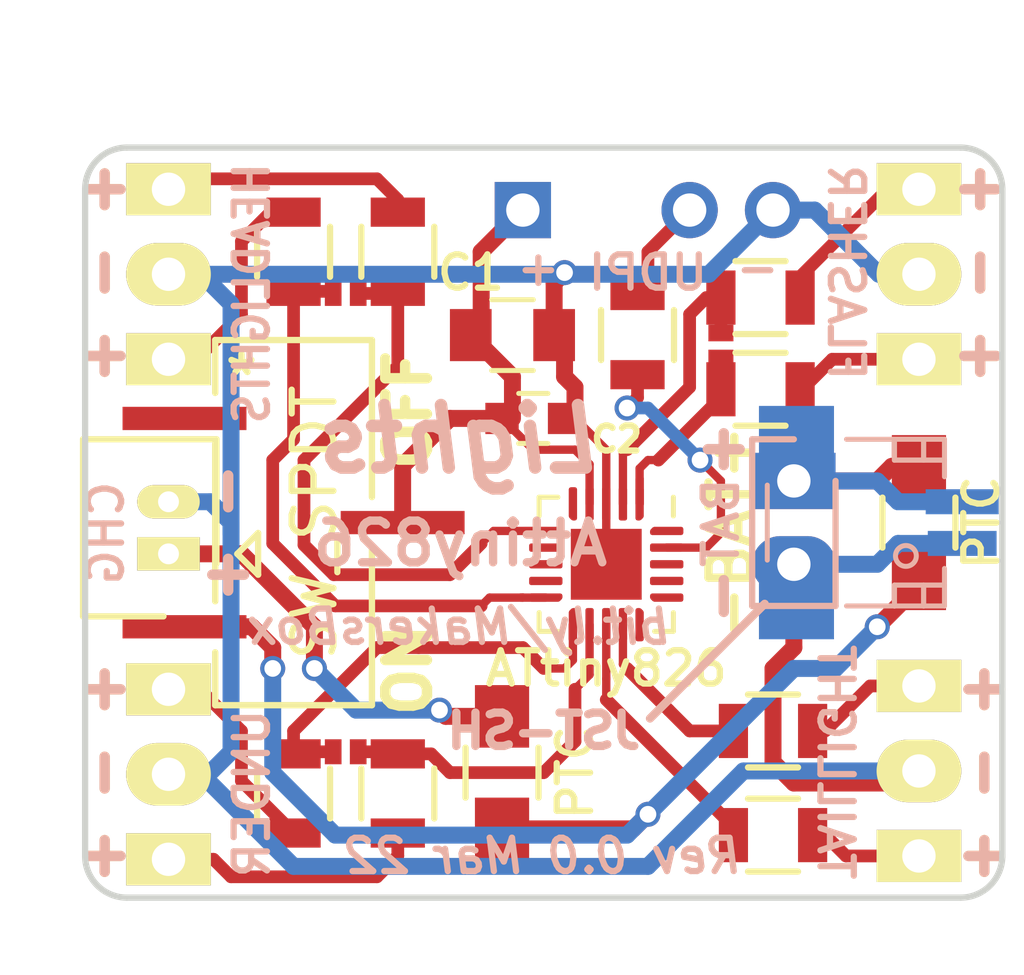
<source format=kicad_pcb>
(kicad_pcb (version 20171130) (host pcbnew "(5.1.10)-1")

  (general
    (thickness 1.6)
    (drawings 62)
    (tracks 197)
    (zones 0)
    (modules 26)
    (nets 24)
  )

  (page A)
  (title_block
    (title "Beetje 32U4 Blok")
    (date 2018-08-10)
    (rev 0.0)
    (company www.MakersBox.us)
    (comment 1 648.ken@gmail.com)
  )

  (layers
    (0 F.Cu signal)
    (31 B.Cu signal)
    (32 B.Adhes user)
    (33 F.Adhes user)
    (34 B.Paste user)
    (35 F.Paste user)
    (36 B.SilkS user)
    (37 F.SilkS user)
    (38 B.Mask user)
    (39 F.Mask user)
    (40 Dwgs.User user hide)
    (41 Cmts.User user)
    (42 Eco1.User user)
    (43 Eco2.User user hide)
    (44 Edge.Cuts user)
    (45 Margin user)
    (46 B.CrtYd user)
    (47 F.CrtYd user)
    (48 B.Fab user)
    (49 F.Fab user)
  )

  (setup
    (last_trace_width 0.3048)
    (user_trace_width 0.254)
    (user_trace_width 0.3048)
    (user_trace_width 0.4064)
    (user_trace_width 0.6096)
    (trace_clearance 0.2)
    (zone_clearance 0.508)
    (zone_45_only no)
    (trace_min 0.2)
    (via_size 0.6)
    (via_drill 0.4)
    (via_min_size 0.4)
    (via_min_drill 0.3)
    (uvia_size 0.3)
    (uvia_drill 0.1)
    (uvias_allowed no)
    (uvia_min_size 0.2)
    (uvia_min_drill 0.1)
    (edge_width 0.15)
    (segment_width 0.2)
    (pcb_text_width 0.3)
    (pcb_text_size 1.5 1.5)
    (mod_edge_width 0.15)
    (mod_text_size 1 1)
    (mod_text_width 0.15)
    (pad_size 0.8 0.2)
    (pad_drill 0)
    (pad_to_mask_clearance 0)
    (aux_axis_origin 0 0)
    (visible_elements 7FFFFFFF)
    (pcbplotparams
      (layerselection 0x00030_80000001)
      (usegerberextensions false)
      (usegerberattributes true)
      (usegerberadvancedattributes true)
      (creategerberjobfile true)
      (excludeedgelayer true)
      (linewidth 0.100000)
      (plotframeref false)
      (viasonmask false)
      (mode 1)
      (useauxorigin false)
      (hpglpennumber 1)
      (hpglpenspeed 20)
      (hpglpendiameter 15.000000)
      (psnegative false)
      (psa4output false)
      (plotreference true)
      (plotvalue true)
      (plotinvisibletext false)
      (padsonsilk false)
      (subtractmaskfromsilk false)
      (outputformat 1)
      (mirror false)
      (drillshape 0)
      (scaleselection 1)
      (outputdirectory ""))
  )

  (net 0 "")
  (net 1 GND)
  (net 2 "Net-(J6-Pad1)")
  (net 3 "Net-(J8-Pad1)")
  (net 4 VCC)
  (net 5 /D1)
  (net 6 "Net-(J4-Pad3)")
  (net 7 "Net-(J6-Pad3)")
  (net 8 "Net-(J8-Pad3)")
  (net 9 "Net-(F1-Pad1)")
  (net 10 "Net-(F1-Pad2)")
  (net 11 "Net-(F2-Pad1)")
  (net 12 "Net-(J5-Pad1)")
  (net 13 "Net-(J5-Pad3)")
  (net 14 "Net-(J7-Pad1)")
  (net 15 "Net-(J7-Pad3)")
  (net 16 /UPDI)
  (net 17 /D9)
  (net 18 /D16)
  (net 19 /D6)
  (net 20 /D7)
  (net 21 /D8)
  (net 22 /D15)
  (net 23 /D5)

  (net_class Default "This is the default net class."
    (clearance 0.2)
    (trace_width 0.2)
    (via_dia 0.6)
    (via_drill 0.4)
    (uvia_dia 0.3)
    (uvia_drill 0.1)
    (add_net /D1)
    (add_net /D15)
    (add_net /D16)
    (add_net /D5)
    (add_net /D6)
    (add_net /D7)
    (add_net /D8)
    (add_net /D9)
    (add_net /UPDI)
    (add_net GND)
    (add_net "Net-(F1-Pad1)")
    (add_net "Net-(F1-Pad2)")
    (add_net "Net-(F2-Pad1)")
    (add_net "Net-(J4-Pad3)")
    (add_net "Net-(J5-Pad1)")
    (add_net "Net-(J5-Pad3)")
    (add_net "Net-(J6-Pad1)")
    (add_net "Net-(J6-Pad3)")
    (add_net "Net-(J7-Pad1)")
    (add_net "Net-(J7-Pad3)")
    (add_net "Net-(J8-Pad1)")
    (add_net "Net-(J8-Pad3)")
    (add_net VCC)
  )

  (module footprints:R_0805 (layer F.Cu) (tedit 60346C83) (tstamp 62354465)
    (at 152.5 89.5 90)
    (descr "Resistor SMD 0805, reflow soldering, Vishay (see dcrcw.pdf)")
    (tags "resistor 0805")
    (path /5EA72640)
    (attr smd)
    (fp_text reference R2 (at 0 -2.1 90) (layer F.Fab)
      (effects (font (size 1 1) (thickness 0.15)))
    )
    (fp_text value 100 (at 0 2.1 90) (layer F.Fab)
      (effects (font (size 0.8 0.8) (thickness 0.15)))
    )
    (fp_line (start -1.6 -1) (end 1.6 -1) (layer F.CrtYd) (width 0.05))
    (fp_line (start -1.6 1) (end 1.6 1) (layer F.CrtYd) (width 0.05))
    (fp_line (start -1.6 -1) (end -1.6 1) (layer F.CrtYd) (width 0.05))
    (fp_line (start 1.6 -1) (end 1.6 1) (layer F.CrtYd) (width 0.05))
    (fp_line (start 0.6 0.875) (end -0.6 0.875) (layer F.SilkS) (width 0.15))
    (fp_line (start -0.6 -0.875) (end 0.6 -0.875) (layer F.SilkS) (width 0.15))
    (pad 2 smd rect (at 0.95 0 90) (size 0.7 1.3) (layers F.Cu F.Paste F.Mask)
      (net 12 "Net-(J5-Pad1)"))
    (pad 1 smd rect (at -0.95 0 90) (size 0.7 1.3) (layers F.Cu F.Paste F.Mask)
      (net 5 /D1))
    (model Resistors_SMD.3dshapes/R_0805.wrl
      (at (xyz 0 0 0))
      (scale (xyz 1 1 1))
      (rotate (xyz 0 0 0))
    )
  )

  (module footprints:R_0805 (layer F.Cu) (tedit 60346C83) (tstamp 62354470)
    (at 150 89.5 90)
    (descr "Resistor SMD 0805, reflow soldering, Vishay (see dcrcw.pdf)")
    (tags "resistor 0805")
    (path /5EA726D2)
    (attr smd)
    (fp_text reference R3 (at 0 -2.1 90) (layer F.Fab)
      (effects (font (size 1 1) (thickness 0.15)))
    )
    (fp_text value 100 (at 0 2.1 90) (layer F.Fab)
      (effects (font (size 0.8 0.8) (thickness 0.15)))
    )
    (fp_line (start -1.6 -1) (end 1.6 -1) (layer F.CrtYd) (width 0.05))
    (fp_line (start -1.6 1) (end 1.6 1) (layer F.CrtYd) (width 0.05))
    (fp_line (start -1.6 -1) (end -1.6 1) (layer F.CrtYd) (width 0.05))
    (fp_line (start 1.6 -1) (end 1.6 1) (layer F.CrtYd) (width 0.05))
    (fp_line (start 0.6 0.875) (end -0.6 0.875) (layer F.SilkS) (width 0.15))
    (fp_line (start -0.6 -0.875) (end 0.6 -0.875) (layer F.SilkS) (width 0.15))
    (pad 2 smd rect (at 0.95 0 90) (size 0.7 1.3) (layers F.Cu F.Paste F.Mask)
      (net 13 "Net-(J5-Pad3)"))
    (pad 1 smd rect (at -0.95 0 90) (size 0.7 1.3) (layers F.Cu F.Paste F.Mask)
      (net 23 /D5))
    (model Resistors_SMD.3dshapes/R_0805.wrl
      (at (xyz 0 0 0))
      (scale (xyz 1 1 1))
      (rotate (xyz 0 0 0))
    )
  )

  (module footprints:R_0805 (layer F.Cu) (tedit 60346C83) (tstamp 6235447B)
    (at 161.5 103.5)
    (descr "Resistor SMD 0805, reflow soldering, Vishay (see dcrcw.pdf)")
    (tags "resistor 0805")
    (path /5EA72763)
    (attr smd)
    (fp_text reference R4 (at 0 -2.1) (layer F.Fab)
      (effects (font (size 1 1) (thickness 0.15)))
    )
    (fp_text value 100 (at 0 2.1) (layer F.Fab)
      (effects (font (size 0.8 0.8) (thickness 0.15)))
    )
    (fp_line (start -1.6 -1) (end 1.6 -1) (layer F.CrtYd) (width 0.05))
    (fp_line (start -1.6 1) (end 1.6 1) (layer F.CrtYd) (width 0.05))
    (fp_line (start -1.6 -1) (end -1.6 1) (layer F.CrtYd) (width 0.05))
    (fp_line (start 1.6 -1) (end 1.6 1) (layer F.CrtYd) (width 0.05))
    (fp_line (start 0.6 0.875) (end -0.6 0.875) (layer F.SilkS) (width 0.15))
    (fp_line (start -0.6 -0.875) (end 0.6 -0.875) (layer F.SilkS) (width 0.15))
    (pad 2 smd rect (at 0.95 0) (size 0.7 1.3) (layers F.Cu F.Paste F.Mask)
      (net 2 "Net-(J6-Pad1)"))
    (pad 1 smd rect (at -0.95 0) (size 0.7 1.3) (layers F.Cu F.Paste F.Mask)
      (net 21 /D8))
    (model Resistors_SMD.3dshapes/R_0805.wrl
      (at (xyz 0 0 0))
      (scale (xyz 1 1 1))
      (rotate (xyz 0 0 0))
    )
  )

  (module footprints:R_0805 (layer F.Cu) (tedit 60346C83) (tstamp 62354486)
    (at 161.5 101)
    (descr "Resistor SMD 0805, reflow soldering, Vishay (see dcrcw.pdf)")
    (tags "resistor 0805")
    (path /5EA727AD)
    (attr smd)
    (fp_text reference R5 (at 0 -2.1) (layer F.Fab)
      (effects (font (size 1 1) (thickness 0.15)))
    )
    (fp_text value 100 (at 0 2.1) (layer F.Fab)
      (effects (font (size 0.8 0.8) (thickness 0.15)))
    )
    (fp_line (start -1.6 -1) (end 1.6 -1) (layer F.CrtYd) (width 0.05))
    (fp_line (start -1.6 1) (end 1.6 1) (layer F.CrtYd) (width 0.05))
    (fp_line (start -1.6 -1) (end -1.6 1) (layer F.CrtYd) (width 0.05))
    (fp_line (start 1.6 -1) (end 1.6 1) (layer F.CrtYd) (width 0.05))
    (fp_line (start 0.6 0.875) (end -0.6 0.875) (layer F.SilkS) (width 0.15))
    (fp_line (start -0.6 -0.875) (end 0.6 -0.875) (layer F.SilkS) (width 0.15))
    (pad 2 smd rect (at 0.95 0) (size 0.7 1.3) (layers F.Cu F.Paste F.Mask)
      (net 7 "Net-(J6-Pad3)"))
    (pad 1 smd rect (at -0.95 0) (size 0.7 1.3) (layers F.Cu F.Paste F.Mask)
      (net 17 /D9))
    (model Resistors_SMD.3dshapes/R_0805.wrl
      (at (xyz 0 0 0))
      (scale (xyz 1 1 1))
      (rotate (xyz 0 0 0))
    )
  )

  (module footprints:R_0805 (layer F.Cu) (tedit 60346C83) (tstamp 62354491)
    (at 161.2 90.6)
    (descr "Resistor SMD 0805, reflow soldering, Vishay (see dcrcw.pdf)")
    (tags "resistor 0805")
    (path /6033C136)
    (attr smd)
    (fp_text reference R6 (at 0 -2.1) (layer F.Fab)
      (effects (font (size 1 1) (thickness 0.15)))
    )
    (fp_text value 100 (at 0 2.1) (layer F.Fab)
      (effects (font (size 0.8 0.8) (thickness 0.15)))
    )
    (fp_line (start -1.6 -1) (end 1.6 -1) (layer F.CrtYd) (width 0.05))
    (fp_line (start -1.6 1) (end 1.6 1) (layer F.CrtYd) (width 0.05))
    (fp_line (start -1.6 -1) (end -1.6 1) (layer F.CrtYd) (width 0.05))
    (fp_line (start 1.6 -1) (end 1.6 1) (layer F.CrtYd) (width 0.05))
    (fp_line (start 0.6 0.875) (end -0.6 0.875) (layer F.SilkS) (width 0.15))
    (fp_line (start -0.6 -0.875) (end 0.6 -0.875) (layer F.SilkS) (width 0.15))
    (pad 2 smd rect (at 0.95 0) (size 0.7 1.3) (layers F.Cu F.Paste F.Mask)
      (net 14 "Net-(J7-Pad1)"))
    (pad 1 smd rect (at -0.95 0) (size 0.7 1.3) (layers F.Cu F.Paste F.Mask)
      (net 18 /D16))
    (model Resistors_SMD.3dshapes/R_0805.wrl
      (at (xyz 0 0 0))
      (scale (xyz 1 1 1))
      (rotate (xyz 0 0 0))
    )
  )

  (module footprints:R_0805 (layer F.Cu) (tedit 60346C83) (tstamp 6235449C)
    (at 161.2 92.8)
    (descr "Resistor SMD 0805, reflow soldering, Vishay (see dcrcw.pdf)")
    (tags "resistor 0805")
    (path /6033C13C)
    (attr smd)
    (fp_text reference R7 (at 0 -2.1) (layer F.Fab)
      (effects (font (size 1 1) (thickness 0.15)))
    )
    (fp_text value 100 (at 0 2.1) (layer F.Fab)
      (effects (font (size 0.8 0.8) (thickness 0.15)))
    )
    (fp_line (start -1.6 -1) (end 1.6 -1) (layer F.CrtYd) (width 0.05))
    (fp_line (start -1.6 1) (end 1.6 1) (layer F.CrtYd) (width 0.05))
    (fp_line (start -1.6 -1) (end -1.6 1) (layer F.CrtYd) (width 0.05))
    (fp_line (start 1.6 -1) (end 1.6 1) (layer F.CrtYd) (width 0.05))
    (fp_line (start 0.6 0.875) (end -0.6 0.875) (layer F.SilkS) (width 0.15))
    (fp_line (start -0.6 -0.875) (end 0.6 -0.875) (layer F.SilkS) (width 0.15))
    (pad 2 smd rect (at 0.95 0) (size 0.7 1.3) (layers F.Cu F.Paste F.Mask)
      (net 15 "Net-(J7-Pad3)"))
    (pad 1 smd rect (at -0.95 0) (size 0.7 1.3) (layers F.Cu F.Paste F.Mask)
      (net 22 /D15))
    (model Resistors_SMD.3dshapes/R_0805.wrl
      (at (xyz 0 0 0))
      (scale (xyz 1 1 1))
      (rotate (xyz 0 0 0))
    )
  )

  (module footprints:R_0805 (layer F.Cu) (tedit 60346C83) (tstamp 623544A7)
    (at 150 102.5 270)
    (descr "Resistor SMD 0805, reflow soldering, Vishay (see dcrcw.pdf)")
    (tags "resistor 0805")
    (path /6033C142)
    (attr smd)
    (fp_text reference R8 (at 0 -2.1 90) (layer F.Fab)
      (effects (font (size 1 1) (thickness 0.15)))
    )
    (fp_text value 100 (at 0 2.1 90) (layer F.Fab)
      (effects (font (size 0.8 0.8) (thickness 0.15)))
    )
    (fp_line (start -1.6 -1) (end 1.6 -1) (layer F.CrtYd) (width 0.05))
    (fp_line (start -1.6 1) (end 1.6 1) (layer F.CrtYd) (width 0.05))
    (fp_line (start -1.6 -1) (end -1.6 1) (layer F.CrtYd) (width 0.05))
    (fp_line (start 1.6 -1) (end 1.6 1) (layer F.CrtYd) (width 0.05))
    (fp_line (start 0.6 0.875) (end -0.6 0.875) (layer F.SilkS) (width 0.15))
    (fp_line (start -0.6 -0.875) (end 0.6 -0.875) (layer F.SilkS) (width 0.15))
    (pad 2 smd rect (at 0.95 0 270) (size 0.7 1.3) (layers F.Cu F.Paste F.Mask)
      (net 3 "Net-(J8-Pad1)"))
    (pad 1 smd rect (at -0.95 0 270) (size 0.7 1.3) (layers F.Cu F.Paste F.Mask)
      (net 19 /D6))
    (model Resistors_SMD.3dshapes/R_0805.wrl
      (at (xyz 0 0 0))
      (scale (xyz 1 1 1))
      (rotate (xyz 0 0 0))
    )
  )

  (module footprints:R_0805 (layer F.Cu) (tedit 60346C83) (tstamp 623544B2)
    (at 152.5 102.5 270)
    (descr "Resistor SMD 0805, reflow soldering, Vishay (see dcrcw.pdf)")
    (tags "resistor 0805")
    (path /6033C148)
    (attr smd)
    (fp_text reference R9 (at 0 -2.1 90) (layer F.Fab)
      (effects (font (size 1 1) (thickness 0.15)))
    )
    (fp_text value 100 (at 0 2.1 90) (layer F.Fab)
      (effects (font (size 0.8 0.8) (thickness 0.15)))
    )
    (fp_line (start -1.6 -1) (end 1.6 -1) (layer F.CrtYd) (width 0.05))
    (fp_line (start -1.6 1) (end 1.6 1) (layer F.CrtYd) (width 0.05))
    (fp_line (start -1.6 -1) (end -1.6 1) (layer F.CrtYd) (width 0.05))
    (fp_line (start 1.6 -1) (end 1.6 1) (layer F.CrtYd) (width 0.05))
    (fp_line (start 0.6 0.875) (end -0.6 0.875) (layer F.SilkS) (width 0.15))
    (fp_line (start -0.6 -0.875) (end 0.6 -0.875) (layer F.SilkS) (width 0.15))
    (pad 2 smd rect (at 0.95 0 270) (size 0.7 1.3) (layers F.Cu F.Paste F.Mask)
      (net 8 "Net-(J8-Pad3)"))
    (pad 1 smd rect (at -0.95 0 270) (size 0.7 1.3) (layers F.Cu F.Paste F.Mask)
      (net 20 /D7))
    (model Resistors_SMD.3dshapes/R_0805.wrl
      (at (xyz 0 0 0))
      (scale (xyz 1 1 1))
      (rotate (xyz 0 0 0))
    )
  )

  (module footprints:R_0805 (layer F.Cu) (tedit 60346C83) (tstamp 62355D6D)
    (at 158.25 91.5 90)
    (descr "Resistor SMD 0805, reflow soldering, Vishay (see dcrcw.pdf)")
    (tags "resistor 0805")
    (path /5B44E5C9)
    (attr smd)
    (fp_text reference R1 (at 0 -2.1 90) (layer F.Fab)
      (effects (font (size 1 1) (thickness 0.15)))
    )
    (fp_text value 100 (at 0 2.1 90) (layer F.Fab)
      (effects (font (size 0.8 0.8) (thickness 0.15)))
    )
    (fp_line (start -1.6 -1) (end 1.6 -1) (layer F.CrtYd) (width 0.05))
    (fp_line (start -1.6 1) (end 1.6 1) (layer F.CrtYd) (width 0.05))
    (fp_line (start -1.6 -1) (end -1.6 1) (layer F.CrtYd) (width 0.05))
    (fp_line (start 1.6 -1) (end 1.6 1) (layer F.CrtYd) (width 0.05))
    (fp_line (start 0.6 0.875) (end -0.6 0.875) (layer F.SilkS) (width 0.15))
    (fp_line (start -0.6 -0.875) (end 0.6 -0.875) (layer F.SilkS) (width 0.15))
    (pad 2 smd rect (at 0.95 0 90) (size 0.7 1.3) (layers F.Cu F.Paste F.Mask)
      (net 6 "Net-(J4-Pad3)"))
    (pad 1 smd rect (at -0.95 0 90) (size 0.7 1.3) (layers F.Cu F.Paste F.Mask)
      (net 16 /UPDI))
    (model Resistors_SMD.3dshapes/R_0805.wrl
      (at (xyz 0 0 0))
      (scale (xyz 1 1 1))
      (rotate (xyz 0 0 0))
    )
  )

  (module footprints:UDPI_header (layer B.Cu) (tedit 6234CD9B) (tstamp 6234CF3C)
    (at 155.5 88.5 270)
    (descr "Through hole straight pin header, 1x04, 2.00mm pitch, single row")
    (tags "Through hole pin header THT 1x04 2.00mm single row")
    (path /62349C56)
    (fp_text reference J4 (at -2.5 0 270) (layer B.SilkS) hide
      (effects (font (size 1 1) (thickness 0.15)) (justify mirror))
    )
    (fp_text value UDPI (at 1.5 -3 180) (layer B.SilkS)
      (effects (font (size 0.8 0.8) (thickness 0.15)) (justify mirror))
    )
    (fp_line (start -0.5 1) (end 1 1) (layer B.Fab) (width 0.1))
    (fp_line (start 1 1) (end 1 -7) (layer B.Fab) (width 0.1))
    (fp_line (start 1 -7) (end -1 -7) (layer B.Fab) (width 0.1))
    (fp_line (start -1 -7) (end -1 0.5) (layer B.Fab) (width 0.1))
    (fp_line (start -1 0.5) (end -0.5 1) (layer B.Fab) (width 0.1))
    (fp_line (start -1.5 1.5) (end -1.5 -7.5) (layer B.CrtYd) (width 0.05))
    (fp_line (start -1.5 -7.5) (end 1.5 -7.5) (layer B.CrtYd) (width 0.05))
    (fp_line (start 1.5 -7.5) (end 1.5 1.5) (layer B.CrtYd) (width 0.05))
    (fp_line (start 1.5 1.5) (end -1.5 1.5) (layer B.CrtYd) (width 0.05))
    (fp_text user %R (at 0 -3 180) (layer B.Fab)
      (effects (font (size 1 1) (thickness 0.15)) (justify mirror))
    )
    (pad 4 thru_hole oval (at 0 -6 270) (size 1.35 1.35) (drill 0.8) (layers *.Cu *.Mask)
      (net 1 GND))
    (pad 3 thru_hole oval (at 0 -4 270) (size 1.35 1.35) (drill 0.8) (layers *.Cu *.Mask)
      (net 6 "Net-(J4-Pad3)"))
    (pad 1 thru_hole rect (at 0 0 270) (size 1.35 1.35) (drill 0.8) (layers *.Cu *.Mask)
      (net 4 VCC))
    (model ${KISYS3DMOD}/Connector_PinHeader_2.00mm.3dshapes/PinHeader_1x04_P2.00mm_Vertical.wrl
      (at (xyz 0 0 0))
      (scale (xyz 1 1 1))
      (rotate (xyz 0 0 0))
    )
  )

  (module footprints:Pin_Header_THD_1x03 (layer F.Cu) (tedit 6234CA5D) (tstamp 6034B549)
    (at 147 100)
    (descr "Through hole pin header")
    (tags "pin header")
    (path /60345696)
    (fp_text reference J8 (at 0 -1) (layer F.Fab) hide
      (effects (font (size 1 1) (thickness 0.15)))
    )
    (fp_text value UL (at -3 4 90) (layer F.SilkS) hide
      (effects (font (size 1 1) (thickness 0.15)))
    )
    (fp_line (start -1.75 -1.75) (end -1.75 6.85) (layer F.CrtYd) (width 0.05))
    (fp_line (start 1.75 -1.75) (end 1.75 6.85) (layer F.CrtYd) (width 0.05))
    (fp_line (start -1.75 -1.75) (end 1.75 -1.75) (layer F.CrtYd) (width 0.05))
    (fp_line (start -1.75 6.85) (end 1.75 6.85) (layer F.CrtYd) (width 0.05))
    (pad 1 thru_hole rect (at 0 0) (size 2.032 1.25) (drill 0.8) (layers *.Cu *.Mask F.SilkS)
      (net 3 "Net-(J8-Pad1)"))
    (pad 2 thru_hole oval (at 0 2.04) (size 2.032 1.5) (drill 0.8) (layers *.Cu *.Mask F.SilkS)
      (net 1 GND))
    (pad 3 thru_hole rect (at 0 4.08) (size 2.032 1.25) (drill 0.8) (layers *.Cu *.Mask F.SilkS)
      (net 8 "Net-(J8-Pad3)"))
    (model Pin_Headers.3dshapes/Pin_Header_Straight_1x03.wrl
      (offset (xyz 0 -2.539999961853027 0))
      (scale (xyz 1 1 1))
      (rotate (xyz 0 0 90))
    )
  )

  (module footprints:Pin_Header_THD_1x03 (layer F.Cu) (tedit 6234CA67) (tstamp 6034B44B)
    (at 165 88)
    (descr "Through hole pin header")
    (tags "pin header")
    (path /603453CB)
    (fp_text reference J7 (at 0 -1) (layer F.Fab)
      (effects (font (size 1 1) (thickness 0.15)))
    )
    (fp_text value FL (at 3 2.5 90) (layer F.SilkS) hide
      (effects (font (size 1 1) (thickness 0.15)))
    )
    (fp_line (start -1.75 -1.75) (end -1.75 6.85) (layer F.CrtYd) (width 0.05))
    (fp_line (start 1.75 -1.75) (end 1.75 6.85) (layer F.CrtYd) (width 0.05))
    (fp_line (start -1.75 -1.75) (end 1.75 -1.75) (layer F.CrtYd) (width 0.05))
    (fp_line (start -1.75 6.85) (end 1.75 6.85) (layer F.CrtYd) (width 0.05))
    (pad 1 thru_hole rect (at 0 0) (size 2.032 1.25) (drill 0.8) (layers *.Cu *.Mask F.SilkS)
      (net 14 "Net-(J7-Pad1)"))
    (pad 2 thru_hole oval (at 0 2.04) (size 2.032 1.5) (drill 0.8) (layers *.Cu *.Mask F.SilkS)
      (net 1 GND))
    (pad 3 thru_hole rect (at 0 4.08) (size 2.032 1.25) (drill 0.8) (layers *.Cu *.Mask F.SilkS)
      (net 15 "Net-(J7-Pad3)"))
    (model Pin_Headers.3dshapes/Pin_Header_Straight_1x03.wrl
      (offset (xyz 0 -2.539999961853027 0))
      (scale (xyz 1 1 1))
      (rotate (xyz 0 0 90))
    )
  )

  (module footprints:PIN_HEADER_LED (layer B.Cu) (tedit 6234EFD3) (tstamp 60357F5B)
    (at 162 95 180)
    (descr "Through hole straight pin header, 1x02, 2.00mm pitch, single row")
    (tags "Through hole pin header THT 1x02 2.00mm single row")
    (path /60347008)
    (fp_text reference J2 (at 0 2.06 180) (layer B.SilkS) hide
      (effects (font (size 1 1) (thickness 0.15)) (justify mirror))
    )
    (fp_text value BAT (at 1.75 -1 270) (layer B.SilkS)
      (effects (font (size 0.8 0.8) (thickness 0.15)) (justify mirror))
    )
    (fp_line (start -1 0) (end -1 -3) (layer B.SilkS) (width 0.15))
    (fp_line (start -1 -3) (end 1 -3) (layer B.SilkS) (width 0.15))
    (fp_line (start 1 -3) (end 1 1) (layer B.SilkS) (width 0.15))
    (fp_line (start 1 1) (end 0 1) (layer B.SilkS) (width 0.15))
    (fp_line (start -0.5 1) (end 1 1) (layer B.Fab) (width 0.1))
    (fp_line (start 1 1) (end 1 -3) (layer B.Fab) (width 0.1))
    (fp_line (start 1 -3) (end -1 -3) (layer B.Fab) (width 0.1))
    (fp_line (start -1 -3) (end -1 0.5) (layer B.Fab) (width 0.1))
    (fp_line (start -1 0.5) (end -0.5 1) (layer B.Fab) (width 0.1))
    (fp_line (start -1.5 1.5) (end -1.5 -3.5) (layer B.CrtYd) (width 0.05))
    (fp_line (start -1.5 -3.5) (end 1.5 -3.5) (layer B.CrtYd) (width 0.05))
    (fp_line (start 1.5 -3.5) (end 1.5 1.5) (layer B.CrtYd) (width 0.05))
    (fp_line (start 1.5 1.5) (end -1.5 1.5) (layer B.CrtYd) (width 0.05))
    (fp_text user %R (at 0 -1 90) (layer B.Fab)
      (effects (font (size 1 1) (thickness 0.15)) (justify mirror))
    )
    (pad 1 thru_hole rect (at 0 0 180) (size 2 1.35) (drill 0.8) (layers *.Cu *.Mask)
      (net 11 "Net-(F2-Pad1)"))
    (pad 2 thru_hole oval (at 0 -2 180) (size 2 1.35) (drill 0.8) (layers *.Cu *.Mask)
      (net 1 GND))
    (model ${KISYS3DMOD}/Pin_Headers.3dshapes/Pin_Header_Straight_1x02_Pitch2.00mm.wrl
      (at (xyz 0 0 0))
      (scale (xyz 1 1 1))
      (rotate (xyz 0 0 0))
    )
  )

  (module footprints:JST_SH_SM02B_hand_solder (layer B.Cu) (tedit 6041D3AA) (tstamp 60425510)
    (at 164 96 90)
    (descr http://www.jst-mfg.com/product/pdf/eng/eSH.pdf)
    (tags "connector jst sh")
    (path /6041C3A6)
    (attr smd)
    (fp_text reference J1 (at -0.5 4 90) (layer B.SilkS) hide
      (effects (font (size 1 1) (thickness 0.15)) (justify mirror))
    )
    (fp_text value JST-SH (at 0 -4.5 90) (layer B.Fab)
      (effects (font (size 1 1) (thickness 0.15)) (justify mirror))
    )
    (fp_circle (center -0.8 0.6875) (end -0.55 0.6875) (layer B.SilkS) (width 0.12))
    (fp_line (start -0.9 -2.6375) (end 0.9 -2.6375) (layer B.SilkS) (width 0.12))
    (fp_line (start -2 -0.7375) (end -2 1.6125) (layer B.SilkS) (width 0.12))
    (fp_line (start -2 1.6125) (end -1.1 1.6125) (layer B.SilkS) (width 0.12))
    (fp_line (start -1.5 1.6125) (end -1.5 0.4125) (layer B.SilkS) (width 0.12))
    (fp_line (start -1.5 0.4125) (end -1.5 0.4125) (layer B.SilkS) (width 0.12))
    (fp_line (start -1.5 0.4125) (end -1.5 1.6125) (layer B.SilkS) (width 0.12))
    (fp_line (start -1.5 1.6125) (end -1.5 1.6125) (layer B.SilkS) (width 0.12))
    (fp_line (start -1.5 1.1125) (end -1.5 1.1125) (layer B.SilkS) (width 0.12))
    (fp_line (start -1.5 1.1125) (end -2 1.1125) (layer B.SilkS) (width 0.12))
    (fp_line (start -2 1.1125) (end -2 1.1125) (layer B.SilkS) (width 0.12))
    (fp_line (start -2 1.1125) (end -1.5 1.1125) (layer B.SilkS) (width 0.12))
    (fp_line (start -1.5 0.4125) (end -1.5 0.4125) (layer B.SilkS) (width 0.12))
    (fp_line (start -1.5 0.4125) (end -2 0.4125) (layer B.SilkS) (width 0.12))
    (fp_line (start -2 0.4125) (end -2 0.4125) (layer B.SilkS) (width 0.12))
    (fp_line (start -2 0.4125) (end -1.5 0.4125) (layer B.SilkS) (width 0.12))
    (fp_line (start 2 -0.7375) (end 2 1.6125) (layer B.SilkS) (width 0.12))
    (fp_line (start 2 1.6125) (end 1.1 1.6125) (layer B.SilkS) (width 0.12))
    (fp_line (start 1.5 1.6125) (end 1.5 0.4125) (layer B.SilkS) (width 0.12))
    (fp_line (start 1.5 0.4125) (end 1.5 0.4125) (layer B.SilkS) (width 0.12))
    (fp_line (start 1.5 0.4125) (end 1.5 1.6125) (layer B.SilkS) (width 0.12))
    (fp_line (start 1.5 1.6125) (end 1.5 1.6125) (layer B.SilkS) (width 0.12))
    (fp_line (start 1.5 1.1125) (end 1.5 1.1125) (layer B.SilkS) (width 0.12))
    (fp_line (start 1.5 1.1125) (end 2 1.1125) (layer B.SilkS) (width 0.12))
    (fp_line (start 2 1.1125) (end 2 1.1125) (layer B.SilkS) (width 0.12))
    (fp_line (start 2 1.1125) (end 1.5 1.1125) (layer B.SilkS) (width 0.12))
    (fp_line (start 1.5 0.4125) (end 1.5 0.4125) (layer B.SilkS) (width 0.12))
    (fp_line (start 1.5 0.4125) (end 2 0.4125) (layer B.SilkS) (width 0.12))
    (fp_line (start 2 0.4125) (end 2 0.4125) (layer B.SilkS) (width 0.12))
    (fp_line (start 2 0.4125) (end 1.5 0.4125) (layer B.SilkS) (width 0.12))
    (fp_line (start -2.9 -3.35) (end -2.9 3.25) (layer B.CrtYd) (width 0.05))
    (fp_line (start -2.9 3.25) (end 2.9 3.25) (layer B.CrtYd) (width 0.05))
    (fp_line (start 2.9 3.25) (end 2.9 -3.35) (layer B.CrtYd) (width 0.05))
    (fp_line (start 2.9 -3.35) (end -2.9 -3.35) (layer B.CrtYd) (width 0.05))
    (pad 1 smd rect (at -0.5 2.0375 90) (size 0.6 1.65) (layers B.Cu B.Paste B.Mask)
      (net 1 GND))
    (pad 2 smd rect (at 0.5 2.0375 90) (size 0.6 1.75) (layers B.Cu B.Paste B.Mask)
      (net 11 "Net-(F2-Pad1)"))
    (pad 1 smd rect (at -2 -1.9375 90) (size 1.6 1.8) (layers B.Cu B.Paste B.Mask)
      (net 1 GND))
    (pad 2 smd rect (at 2 -1.9375 90) (size 1.6 1.8) (layers B.Cu B.Paste B.Mask)
      (net 11 "Net-(F2-Pad1)"))
  )

  (module footprints:Connector_Molex_PicoBlade_53047-0210 (layer F.Cu) (tedit 6041C13B) (tstamp 6033516F)
    (at 147 96.75 90)
    (descr "Molex PicoBlade 1.25mm shrouded header. Vertical. 2 ways")
    (path /5B7F07B5)
    (fp_text reference J3 (at 1 3.25 90) (layer F.SilkS) hide
      (effects (font (size 1 1) (thickness 0.15)))
    )
    (fp_text value CHG (at 0.5 -1.5 90) (layer B.SilkS)
      (effects (font (size 0.8 0.8) (thickness 0.15)) (justify mirror))
    )
    (fp_line (start -1.5 -0.12) (end -1.5 -2.05) (layer F.SilkS) (width 0.15))
    (fp_line (start -1.5 -2.05) (end 2.75 -2.05) (layer F.SilkS) (width 0.15))
    (fp_line (start 2.75 -2.05) (end 2.75 1.15) (layer F.SilkS) (width 0.15))
    (fp_line (start 2.75 1.15) (end -0.23 1.15) (layer F.SilkS) (width 0.15))
    (fp_line (start 0 1.65) (end 0.5 2.15) (layer F.SilkS) (width 0.15))
    (fp_line (start 0.5 2.15) (end -0.5 2.15) (layer F.SilkS) (width 0.15))
    (fp_line (start -0.5 2.15) (end 0 1.65) (layer F.SilkS) (width 0.15))
    (fp_line (start -0.23 1.15) (end -1.5 -0.12) (layer F.Fab) (width 0.2))
    (fp_line (start -1.5 -0.12) (end -1.5 -2.05) (layer F.Fab) (width 0.2))
    (fp_line (start -1.5 -2.05) (end 2.75 -2.05) (layer F.Fab) (width 0.2))
    (fp_line (start 2.75 -2.05) (end 2.75 1.15) (layer F.Fab) (width 0.2))
    (fp_line (start 2.75 1.15) (end -0.23 1.15) (layer F.Fab) (width 0.2))
    (pad 1 thru_hole rect (at 0 0 90) (size 0.8 1.5) (drill 0.5) (layers *.Cu *.Mask F.SilkS)
      (net 9 "Net-(F1-Pad1)"))
    (pad 2 thru_hole oval (at 1.25 0 90) (size 0.8 1.5) (drill 0.5) (layers *.Cu *.Mask F.SilkS)
      (net 1 GND))
    (model Connectors_Molex.3dshapes/Connector_Molex_PicoBlade_53047-0210.wrl
      (offset (xyz 0.6249923906135559 0 0))
      (scale (xyz 1 1 1))
      (rotate (xyz 0 0 180))
    )
  )

  (module footprints:JS102011SCQN (layer F.Cu) (tedit 6041C156) (tstamp 60333A88)
    (at 150 96)
    (path /5B9534D5)
    (fp_text reference SW1 (at 0 0) (layer F.SilkS) hide
      (effects (font (size 1 1) (thickness 0.15)))
    )
    (fp_text value SW_SPDT (at 0.5 0 270) (layer F.SilkS)
      (effects (font (size 1 1) (thickness 0.15)))
    )
    (fp_line (start -1.7526 -2.246) (end -1.7526 -2.754) (layer F.Fab) (width 0.1524))
    (fp_line (start -1.7526 -2.754) (end -3.7465 -2.754) (layer F.Fab) (width 0.1524))
    (fp_line (start -3.7465 -2.754) (end -3.7465 -2.246) (layer F.Fab) (width 0.1524))
    (fp_line (start -3.7465 -2.246) (end -1.7526 -2.246) (layer F.Fab) (width 0.1524))
    (fp_line (start -1.7526 2.754) (end -1.7526 2.246) (layer F.Fab) (width 0.1524))
    (fp_line (start -1.7526 2.246) (end -3.7465 2.246) (layer F.Fab) (width 0.1524))
    (fp_line (start -3.7465 2.246) (end -3.7465 2.754) (layer F.Fab) (width 0.1524))
    (fp_line (start -3.7465 2.754) (end -1.7526 2.754) (layer F.Fab) (width 0.1524))
    (fp_line (start 1.7526 -0.254) (end 1.7526 0.254) (layer F.Fab) (width 0.1524))
    (fp_line (start 1.7526 0.254) (end 3.7465 0.254) (layer F.Fab) (width 0.1524))
    (fp_line (start 3.7465 0.254) (end 3.7465 -0.254) (layer F.Fab) (width 0.1524))
    (fp_line (start 3.7465 -0.254) (end 1.7526 -0.254) (layer F.Fab) (width 0.1524))
    (fp_line (start -0.8001 0.8001) (end -0.8001 -0.8001) (layer F.Fab) (width 0.1524))
    (fp_line (start -0.8001 -0.8001) (end 0.8001 -0.8001) (layer F.Fab) (width 0.1524))
    (fp_line (start 0.8001 -0.8001) (end 0.8001 0.8001) (layer F.Fab) (width 0.1524))
    (fp_line (start 0.8001 0.8001) (end -0.8001 0.8001) (layer F.Fab) (width 0.1524))
    (fp_line (start -1.8796 4.3815) (end 1.8796 4.3815) (layer F.SilkS) (width 0.1524))
    (fp_line (start 1.8796 4.3815) (end 1.8796 0.61214) (layer F.SilkS) (width 0.1524))
    (fp_line (start 1.8796 -4.3815) (end -1.8796 -4.3815) (layer F.SilkS) (width 0.1524))
    (fp_line (start -1.8796 -4.3815) (end -1.8796 -3.11214) (layer F.SilkS) (width 0.1524))
    (fp_line (start -1.7526 4.2545) (end 1.7526 4.2545) (layer F.Fab) (width 0.1524))
    (fp_line (start 1.7526 4.2545) (end 1.7526 -4.2545) (layer F.Fab) (width 0.1524))
    (fp_line (start 1.7526 -4.2545) (end -1.7526 -4.2545) (layer F.Fab) (width 0.1524))
    (fp_line (start -1.7526 -4.2545) (end -1.7526 4.2545) (layer F.Fab) (width 0.1524))
    (fp_line (start -1.8796 -1.88786) (end -1.8796 1.88786) (layer F.SilkS) (width 0.1524))
    (fp_line (start -1.8796 3.11214) (end -1.8796 4.3815) (layer F.SilkS) (width 0.1524))
    (fp_line (start 1.8796 -0.61214) (end 1.8796 -4.3815) (layer F.SilkS) (width 0.1524))
    (fp_line (start -2.0066 4.5085) (end -2.0066 3.008) (layer F.CrtYd) (width 0.1524))
    (fp_line (start -2.0066 3.008) (end -4.2545 3.008) (layer F.CrtYd) (width 0.1524))
    (fp_line (start -4.2545 3.008) (end -4.2545 -3.008) (layer F.CrtYd) (width 0.1524))
    (fp_line (start -4.2545 -3.008) (end -2.0066 -3.008) (layer F.CrtYd) (width 0.1524))
    (fp_line (start -2.0066 -3.008) (end -2.0066 -4.5085) (layer F.CrtYd) (width 0.1524))
    (fp_line (start -2.0066 -4.5085) (end 2.0066 -4.5085) (layer F.CrtYd) (width 0.1524))
    (fp_line (start 2.0066 -4.5085) (end 2.0066 -3.008) (layer F.CrtYd) (width 0.1524))
    (fp_line (start 2.0066 -3.008) (end 4.2545 -3.008) (layer F.CrtYd) (width 0.1524))
    (fp_line (start 4.2545 -3.008) (end 4.2545 3.008) (layer F.CrtYd) (width 0.1524))
    (fp_line (start 4.2545 3.008) (end 2.0066 3.008) (layer F.CrtYd) (width 0.1524))
    (fp_line (start 2.0066 3.008) (end 2.0066 4.5085) (layer F.CrtYd) (width 0.1524))
    (fp_line (start 2.0066 4.5085) (end -2.0066 4.5085) (layer F.CrtYd) (width 0.1524))
    (fp_text user "Copyright 2016 Accelerated Designs. All rights reserved." (at 0 0) (layer Cmts.User)
      (effects (font (size 0.127 0.127) (thickness 0.002)))
    )
    (fp_text user * (at -1.25 -3.5) (layer F.SilkS)
      (effects (font (size 1 1) (thickness 0.15)))
    )
    (fp_text user * (at -1.3716 -2.6778) (layer F.Fab)
      (effects (font (size 1 1) (thickness 0.15)))
    )
    (fp_text user * (at -1.3716 -2.6778) (layer F.Fab)
      (effects (font (size 1 1) (thickness 0.15)))
    )
    (fp_text user * (at -1.25 -3.5) (layer F.SilkS)
      (effects (font (size 1 1) (thickness 0.15)))
    )
    (fp_arc (start 0 -4.2545) (end 0.3048 -4.2545) (angle 180) (layer F.Fab) (width 0.1524))
    (pad 1 smd rect (at -2.6162 -2.5) (size 2.9718 0.5588) (layers F.Cu F.Paste F.Mask))
    (pad 3 smd rect (at -2.6162 2.5) (size 2.9718 0.5588) (layers F.Cu F.Paste F.Mask)
      (net 10 "Net-(F1-Pad2)"))
    (pad 2 smd rect (at 2.6162 0) (size 2.9718 0.5588) (layers F.Cu F.Paste F.Mask)
      (net 4 VCC))
  )

  (module footprints:Pin_Header_THD_1x03 (layer F.Cu) (tedit 6234CA62) (tstamp 6034B440)
    (at 165 104 180)
    (descr "Through hole pin header")
    (tags "pin header")
    (path /6034517D)
    (fp_text reference J6 (at 0 -1 180) (layer F.Fab)
      (effects (font (size 1 1) (thickness 0.15)))
    )
    (fp_text value TL (at -3 0.5 270) (layer F.SilkS) hide
      (effects (font (size 1 1) (thickness 0.15)))
    )
    (fp_line (start -1.75 -1.75) (end -1.75 6.85) (layer F.CrtYd) (width 0.05))
    (fp_line (start 1.75 -1.75) (end 1.75 6.85) (layer F.CrtYd) (width 0.05))
    (fp_line (start -1.75 -1.75) (end 1.75 -1.75) (layer F.CrtYd) (width 0.05))
    (fp_line (start -1.75 6.85) (end 1.75 6.85) (layer F.CrtYd) (width 0.05))
    (pad 1 thru_hole rect (at 0 0 180) (size 2.032 1.25) (drill 0.8) (layers *.Cu *.Mask F.SilkS)
      (net 2 "Net-(J6-Pad1)"))
    (pad 2 thru_hole oval (at 0 2.04 180) (size 2.032 1.5) (drill 0.8) (layers *.Cu *.Mask F.SilkS)
      (net 1 GND))
    (pad 3 thru_hole rect (at 0 4.08 180) (size 2.032 1.25) (drill 0.8) (layers *.Cu *.Mask F.SilkS)
      (net 7 "Net-(J6-Pad3)"))
    (model Pin_Headers.3dshapes/Pin_Header_Straight_1x03.wrl
      (offset (xyz 0 -2.539999961853027 0))
      (scale (xyz 1 1 1))
      (rotate (xyz 0 0 90))
    )
  )

  (module footprints:Pin_Header_THD_1x03 (layer F.Cu) (tedit 6234CA6D) (tstamp 6034B435)
    (at 147 88)
    (descr "Through hole pin header")
    (tags "pin header")
    (path /6034473D)
    (fp_text reference J5 (at 0 -1) (layer F.Fab)
      (effects (font (size 1 1) (thickness 0.15)))
    )
    (fp_text value HL (at -3 1.5 270) (layer F.SilkS) hide
      (effects (font (size 1 1) (thickness 0.15)))
    )
    (fp_line (start -1.75 -1.75) (end -1.75 6.85) (layer F.CrtYd) (width 0.05))
    (fp_line (start 1.75 -1.75) (end 1.75 6.85) (layer F.CrtYd) (width 0.05))
    (fp_line (start -1.75 -1.75) (end 1.75 -1.75) (layer F.CrtYd) (width 0.05))
    (fp_line (start -1.75 6.85) (end 1.75 6.85) (layer F.CrtYd) (width 0.05))
    (pad 1 thru_hole rect (at 0 0) (size 2.032 1.25) (drill 0.8) (layers *.Cu *.Mask F.SilkS)
      (net 12 "Net-(J5-Pad1)"))
    (pad 2 thru_hole oval (at 0 2.04) (size 2.032 1.5) (drill 0.8) (layers *.Cu *.Mask F.SilkS)
      (net 1 GND))
    (pad 3 thru_hole rect (at 0 4.08) (size 2.032 1.25) (drill 0.8) (layers *.Cu *.Mask F.SilkS)
      (net 13 "Net-(J5-Pad3)"))
    (model Pin_Headers.3dshapes/Pin_Header_Straight_1x03.wrl
      (offset (xyz 0 -2.539999961853027 0))
      (scale (xyz 1 1 1))
      (rotate (xyz 0 0 90))
    )
  )

  (module footprints:R_0805_HandSoldering (layer F.Cu) (tedit 60426915) (tstamp 6042BFEF)
    (at 165 96 270)
    (descr "Resistor SMD 0805, hand soldering")
    (tags "resistor 0805")
    (path /604282C7)
    (attr smd)
    (fp_text reference F2 (at 0 -2.1 270) (layer F.SilkS) hide
      (effects (font (size 1 1) (thickness 0.15)))
    )
    (fp_text value PTC (at 0 -1.5 270) (layer F.SilkS)
      (effects (font (size 0.8 0.8) (thickness 0.15)))
    )
    (fp_line (start -2.4 -1) (end 2.4 -1) (layer F.CrtYd) (width 0.05))
    (fp_line (start -2.4 1) (end 2.4 1) (layer F.CrtYd) (width 0.05))
    (fp_line (start -2.4 -1) (end -2.4 1) (layer F.CrtYd) (width 0.05))
    (fp_line (start 2.4 -1) (end 2.4 1) (layer F.CrtYd) (width 0.05))
    (fp_line (start 0.6 0.875) (end -0.6 0.875) (layer F.SilkS) (width 0.15))
    (fp_line (start -0.6 -0.875) (end 0.6 -0.875) (layer F.SilkS) (width 0.15))
    (pad 1 smd rect (at -1.35 0 270) (size 1.5 1.3) (layers F.Cu F.Paste F.Mask)
      (net 11 "Net-(F2-Pad1)"))
    (pad 2 smd rect (at 1.35 0 270) (size 1.5 1.3) (layers F.Cu F.Paste F.Mask)
      (net 10 "Net-(F1-Pad2)"))
    (model Resistors_SMD.3dshapes/R_0805_HandSoldering.wrl
      (at (xyz 0 0 0))
      (scale (xyz 1 1 1))
      (rotate (xyz 0 0 0))
    )
  )

  (module footprints:R_0805_HandSoldering (layer F.Cu) (tedit 604269B0) (tstamp 6042BFFB)
    (at 155 102 270)
    (descr "Resistor SMD 0805, hand soldering")
    (tags "resistor 0805")
    (path /6042844A)
    (attr smd)
    (fp_text reference F1 (at 0 -2.1 270) (layer F.SilkS) hide
      (effects (font (size 1 1) (thickness 0.15)))
    )
    (fp_text value PTC (at 0 -1.75 270) (layer F.SilkS)
      (effects (font (size 0.8 0.8) (thickness 0.15)))
    )
    (fp_line (start -2.4 -1) (end 2.4 -1) (layer F.CrtYd) (width 0.05))
    (fp_line (start -2.4 1) (end 2.4 1) (layer F.CrtYd) (width 0.05))
    (fp_line (start -2.4 -1) (end -2.4 1) (layer F.CrtYd) (width 0.05))
    (fp_line (start 2.4 -1) (end 2.4 1) (layer F.CrtYd) (width 0.05))
    (fp_line (start 0.6 0.875) (end -0.6 0.875) (layer F.SilkS) (width 0.15))
    (fp_line (start -0.6 -0.875) (end 0.6 -0.875) (layer F.SilkS) (width 0.15))
    (pad 1 smd rect (at -1.35 0 270) (size 1.5 1.3) (layers F.Cu F.Paste F.Mask)
      (net 9 "Net-(F1-Pad1)"))
    (pad 2 smd rect (at 1.35 0 270) (size 1.5 1.3) (layers F.Cu F.Paste F.Mask)
      (net 10 "Net-(F1-Pad2)"))
    (model Resistors_SMD.3dshapes/R_0805_HandSoldering.wrl
      (at (xyz 0 0 0))
      (scale (xyz 1 1 1))
      (rotate (xyz 0 0 0))
    )
  )

  (module footprints:C_0805 (layer F.Cu) (tedit 6234CAD3) (tstamp 6234CF13)
    (at 155.25 91.5)
    (descr "Capacitor SMD 0805, reflow soldering, AVX (see smccp.pdf)")
    (tags "capacitor 0805")
    (path /5B3FF285)
    (attr smd)
    (fp_text reference C1 (at -1 -1.5) (layer F.SilkS)
      (effects (font (size 0.8 0.8) (thickness 0.15)))
    )
    (fp_text value 10uF (at 0 1.75) (layer F.Fab)
      (effects (font (size 1 1) (thickness 0.15)))
    )
    (fp_line (start 1.75 0.87) (end -1.75 0.87) (layer F.CrtYd) (width 0.05))
    (fp_line (start 1.75 0.87) (end 1.75 -0.88) (layer F.CrtYd) (width 0.05))
    (fp_line (start -1.75 -0.88) (end -1.75 0.87) (layer F.CrtYd) (width 0.05))
    (fp_line (start -1.75 -0.88) (end 1.75 -0.88) (layer F.CrtYd) (width 0.05))
    (fp_line (start -0.5 0.85) (end 0.5 0.85) (layer F.SilkS) (width 0.12))
    (fp_line (start 0.5 -0.85) (end -0.5 -0.85) (layer F.SilkS) (width 0.12))
    (fp_line (start -1 -0.62) (end 1 -0.62) (layer F.Fab) (width 0.1))
    (fp_line (start 1 -0.62) (end 1 0.62) (layer F.Fab) (width 0.1))
    (fp_line (start 1 0.62) (end -1 0.62) (layer F.Fab) (width 0.1))
    (fp_line (start -1 0.62) (end -1 -0.62) (layer F.Fab) (width 0.1))
    (fp_text user %R (at 0 -1.5) (layer F.Fab)
      (effects (font (size 1 1) (thickness 0.15)))
    )
    (pad 1 smd rect (at -1 0) (size 1 1.25) (layers F.Cu F.Paste F.Mask)
      (net 4 VCC))
    (pad 2 smd rect (at 1 0) (size 1 1.25) (layers F.Cu F.Paste F.Mask)
      (net 1 GND))
    (model Capacitors_SMD.3dshapes/C_0805.wrl
      (at (xyz 0 0 0))
      (scale (xyz 1 1 1))
      (rotate (xyz 0 0 0))
    )
  )

  (module footprints:C_0603 (layer F.Cu) (tedit 6234CA96) (tstamp 6234CF24)
    (at 155.75 93.5)
    (descr "Capacitor SMD 0603, reflow soldering, AVX (see smccp.pdf)")
    (tags "capacitor 0603")
    (path /5B3FF331)
    (attr smd)
    (fp_text reference C2 (at 2 0.5) (layer F.SilkS)
      (effects (font (size 0.6 0.6) (thickness 0.15)))
    )
    (fp_text value 0.1uF (at 0 1.5) (layer F.Fab)
      (effects (font (size 1 1) (thickness 0.15)))
    )
    (fp_line (start -0.8 0.4) (end -0.8 -0.4) (layer F.Fab) (width 0.1))
    (fp_line (start 0.8 0.4) (end -0.8 0.4) (layer F.Fab) (width 0.1))
    (fp_line (start 0.8 -0.4) (end 0.8 0.4) (layer F.Fab) (width 0.1))
    (fp_line (start -0.8 -0.4) (end 0.8 -0.4) (layer F.Fab) (width 0.1))
    (fp_line (start -0.35 -0.6) (end 0.35 -0.6) (layer F.SilkS) (width 0.12))
    (fp_line (start 0.35 0.6) (end -0.35 0.6) (layer F.SilkS) (width 0.12))
    (fp_line (start -1.4 -0.65) (end 1.4 -0.65) (layer F.CrtYd) (width 0.05))
    (fp_line (start -1.4 -0.65) (end -1.4 0.65) (layer F.CrtYd) (width 0.05))
    (fp_line (start 1.4 0.65) (end 1.4 -0.65) (layer F.CrtYd) (width 0.05))
    (fp_line (start 1.4 0.65) (end -1.4 0.65) (layer F.CrtYd) (width 0.05))
    (fp_text user %R (at 0 0) (layer F.Fab)
      (effects (font (size 0.3 0.3) (thickness 0.075)))
    )
    (pad 2 smd rect (at 0.75 0) (size 0.8 0.75) (layers F.Cu F.Paste F.Mask)
      (net 1 GND))
    (pad 1 smd rect (at -0.75 0) (size 0.8 0.75) (layers F.Cu F.Paste F.Mask)
      (net 4 VCC))
    (model Capacitors_SMD.3dshapes/C_0603.wrl
      (at (xyz 0 0 0))
      (scale (xyz 1 1 1))
      (rotate (xyz 0 0 0))
    )
  )

  (module Package_DFN_QFN:VQFN-20-1EP_3x3mm_P0.4mm_EP1.7x1.7mm (layer F.Cu) (tedit 6234EF2E) (tstamp 6234CF7B)
    (at 157.5 97 270)
    (descr "VQFN, 20 Pin (http://ww1.microchip.com/downloads/en/DeviceDoc/20%20Lead%20VQFN%203x3x0_9mm_1_7EP%20U2B%20C04-21496a.pdf), generated with kicad-footprint-generator ipc_noLead_generator.py")
    (tags "VQFN NoLead")
    (path /62315021)
    (attr smd)
    (fp_text reference U1 (at 2.5 -1) (layer F.SilkS) hide
      (effects (font (size 1 1) (thickness 0.15)))
    )
    (fp_text value ATtiny826 (at 2.5 0) (layer F.SilkS)
      (effects (font (size 0.8 0.8) (thickness 0.15)))
    )
    (fp_line (start 2.1 -2.1) (end -2.1 -2.1) (layer F.CrtYd) (width 0.05))
    (fp_line (start 2.1 2.1) (end 2.1 -2.1) (layer F.CrtYd) (width 0.05))
    (fp_line (start -2.1 2.1) (end 2.1 2.1) (layer F.CrtYd) (width 0.05))
    (fp_line (start -2.1 -2.1) (end -2.1 2.1) (layer F.CrtYd) (width 0.05))
    (fp_line (start -1.5 -0.75) (end -0.75 -1.5) (layer F.Fab) (width 0.1))
    (fp_line (start -1.5 1.5) (end -1.5 -0.75) (layer F.Fab) (width 0.1))
    (fp_line (start 1.5 1.5) (end -1.5 1.5) (layer F.Fab) (width 0.1))
    (fp_line (start 1.5 -1.5) (end 1.5 1.5) (layer F.Fab) (width 0.1))
    (fp_line (start -0.75 -1.5) (end 1.5 -1.5) (layer F.Fab) (width 0.1))
    (fp_line (start -1.16 -1.61) (end -1.61 -1.61) (layer F.SilkS) (width 0.12))
    (fp_line (start 1.61 1.61) (end 1.61 1.16) (layer F.SilkS) (width 0.12))
    (fp_line (start 1.16 1.61) (end 1.61 1.61) (layer F.SilkS) (width 0.12))
    (fp_line (start -1.61 1.61) (end -1.61 1.16) (layer F.SilkS) (width 0.12))
    (fp_line (start -1.16 1.61) (end -1.61 1.61) (layer F.SilkS) (width 0.12))
    (fp_line (start 1.61 -1.61) (end 1.61 -1.16) (layer F.SilkS) (width 0.12))
    (fp_line (start 1.16 -1.61) (end 1.61 -1.61) (layer F.SilkS) (width 0.12))
    (fp_text user %R (at 0 0 270) (layer F.Fab)
      (effects (font (size 0.75 0.75) (thickness 0.11)))
    )
    (pad 1 smd custom (at -1.45 -0.8 270) (size 0.143431 0.143431) (layers F.Cu F.Paste F.Mask)
      (net 22 /D15)
      (options (clearance outline) (anchor circle))
      (primitives
        (gr_poly (pts
           (xy -0.35 -0.05) (xy 0.299289 -0.05) (xy 0.35 0.000711) (xy 0.35 0.05) (xy -0.35 0.05)
) (width 0.1))
      ))
    (pad 2 smd roundrect (at -1.45 -0.4 270) (size 0.8 0.2) (layers F.Cu F.Paste F.Mask) (roundrect_rratio 0.25)
      (net 18 /D16))
    (pad 3 smd roundrect (at -1.45 0 270) (size 0.8 0.2) (layers F.Cu F.Paste F.Mask) (roundrect_rratio 0.25)
      (net 1 GND))
    (pad 4 smd roundrect (at -1.45 0.4 270) (size 0.8 0.2) (layers F.Cu F.Paste F.Mask) (roundrect_rratio 0.25)
      (net 4 VCC))
    (pad 5 smd custom (at -1.45 0.8 270) (size 0.143431 0.143431) (layers F.Cu F.Paste F.Mask)
      (options (clearance outline) (anchor circle))
      (primitives
        (gr_poly (pts
           (xy -0.35 -0.05) (xy 0.35 -0.05) (xy 0.35 -0.000711) (xy 0.299289 0.05) (xy -0.35 0.05)
) (width 0.1))
      ))
    (pad 6 smd custom (at -0.8 1.45 270) (size 0.143431 0.143431) (layers F.Cu F.Paste F.Mask)
      (net 5 /D1)
      (options (clearance outline) (anchor circle))
      (primitives
        (gr_poly (pts
           (xy -0.05 -0.299289) (xy 0.000711 -0.35) (xy 0.05 -0.35) (xy 0.05 0.35) (xy -0.05 0.35)
) (width 0.1))
      ))
    (pad 7 smd roundrect (at -0.4 1.45 270) (size 0.2 0.8) (layers F.Cu F.Paste F.Mask) (roundrect_rratio 0.25))
    (pad 8 smd roundrect (at 0 1.45 270) (size 0.2 0.8) (layers F.Cu F.Paste F.Mask) (roundrect_rratio 0.25))
    (pad 9 smd roundrect (at 0.4 1.45 270) (size 0.2 0.8) (layers F.Cu F.Paste F.Mask) (roundrect_rratio 0.25))
    (pad 10 smd custom (at 0.8 1.45 270) (size 0.143431 0.143431) (layers F.Cu F.Paste F.Mask)
      (net 23 /D5)
      (options (clearance outline) (anchor circle))
      (primitives
        (gr_poly (pts
           (xy -0.05 -0.35) (xy -0.000711 -0.35) (xy 0.05 -0.299289) (xy 0.05 0.35) (xy -0.05 0.35)
) (width 0.1))
      ))
    (pad 11 smd custom (at 1.45 0.8 270) (size 0.143431 0.143431) (layers F.Cu F.Paste F.Mask)
      (net 19 /D6)
      (options (clearance outline) (anchor circle))
      (primitives
        (gr_poly (pts
           (xy -0.35 -0.05) (xy 0.35 -0.05) (xy 0.35 0.05) (xy -0.299289 0.05) (xy -0.35 -0.000711)
) (width 0.1))
      ))
    (pad 12 smd roundrect (at 1.45 0.4 270) (size 0.8 0.2) (layers F.Cu F.Paste F.Mask) (roundrect_rratio 0.25)
      (net 20 /D7))
    (pad 13 smd roundrect (at 1.45 0 270) (size 0.8 0.2) (layers F.Cu F.Paste F.Mask) (roundrect_rratio 0.25)
      (net 21 /D8))
    (pad 14 smd roundrect (at 1.45 -0.4 270) (size 0.8 0.2) (layers F.Cu F.Paste F.Mask) (roundrect_rratio 0.25)
      (net 17 /D9))
    (pad 15 smd custom (at 1.45 -0.8 270) (size 0.143431 0.143431) (layers F.Cu F.Paste F.Mask)
      (options (clearance outline) (anchor circle))
      (primitives
        (gr_poly (pts
           (xy -0.35 0.000711) (xy -0.299289 -0.05) (xy 0.35 -0.05) (xy 0.35 0.05) (xy -0.35 0.05)
) (width 0.1))
      ))
    (pad 16 smd custom (at 0.8 -1.45 270) (size 0.143431 0.143431) (layers F.Cu F.Paste F.Mask)
      (options (clearance outline) (anchor circle))
      (primitives
        (gr_poly (pts
           (xy -0.05 -0.35) (xy 0.05 -0.35) (xy 0.05 0.299289) (xy -0.000711 0.35) (xy -0.05 0.35)
) (width 0.1))
      ))
    (pad 17 smd roundrect (at 0.4 -1.45 270) (size 0.2 0.8) (layers F.Cu F.Paste F.Mask) (roundrect_rratio 0.25))
    (pad 18 smd roundrect (at 0 -1.45 270) (size 0.2 0.8) (layers F.Cu F.Paste F.Mask) (roundrect_rratio 0.25))
    (pad 19 smd roundrect (at -0.4 -1.45 270) (size 0.2 0.8) (layers F.Cu F.Paste F.Mask) (roundrect_rratio 0.25)
      (net 16 /UPDI))
    (pad 20 smd custom (at -0.8 -1.45 270) (size 0.143431 0.143431) (layers F.Cu F.Paste F.Mask)
      (options (clearance outline) (anchor circle))
      (primitives
        (gr_poly (pts
           (xy -0.05 -0.35) (xy 0.05 -0.35) (xy 0.05 0.35) (xy 0.000711 0.35) (xy -0.05 0.299289)
) (width 0.1))
      ))
    (pad 21 smd rect (at 0 0 270) (size 1.7 1.7) (layers F.Cu F.Mask)
      (net 1 GND))
    (pad "" smd roundrect (at -0.425 -0.425 270) (size 0.69 0.69) (layers F.Paste) (roundrect_rratio 0.25))
    (pad "" smd roundrect (at -0.425 0.425 270) (size 0.69 0.69) (layers F.Paste) (roundrect_rratio 0.25))
    (pad "" smd roundrect (at 0.425 -0.425 270) (size 0.69 0.69) (layers F.Paste) (roundrect_rratio 0.25))
    (pad "" smd roundrect (at 0.425 0.425 270) (size 0.69 0.69) (layers F.Paste) (roundrect_rratio 0.25))
    (model ${KISYS3DMOD}/Package_DFN_QFN.3dshapes/VQFN-20-1EP_3x3mm_P0.4mm_EP1.7x1.7mm.wrl
      (at (xyz 0 0 0))
      (scale (xyz 1 1 1))
      (rotate (xyz 0 0 0))
    )
  )

  (module footprints:Jumper (layer F.Cu) (tedit 5B6DD72B) (tstamp 6235CFA1)
    (at 151.25 90.5 180)
    (path /623BA6F0)
    (attr smd)
    (fp_text reference JP1 (at 0 1.143 180) (layer F.SilkS) hide
      (effects (font (size 1 1) (thickness 0.15)))
    )
    (fp_text value SolderJumper_2_Open (at 0 1.25 180) (layer F.Fab)
      (effects (font (size 1 1) (thickness 0.15)))
    )
    (fp_line (start 0.8 0.45) (end -0.8 0.45) (layer F.CrtYd) (width 0.05))
    (fp_line (start 0.8 0.45) (end 0.8 -0.45) (layer F.CrtYd) (width 0.05))
    (fp_line (start -0.8 -0.45) (end -0.8 0.45) (layer F.CrtYd) (width 0.05))
    (fp_line (start -0.8 -0.45) (end 0.8 -0.45) (layer F.CrtYd) (width 0.05))
    (fp_line (start -0.5 -0.25) (end 0.5 -0.25) (layer F.Fab) (width 0.1))
    (fp_line (start 0.5 -0.25) (end 0.5 0.25) (layer F.Fab) (width 0.1))
    (fp_line (start 0.5 0.25) (end -0.5 0.25) (layer F.Fab) (width 0.1))
    (fp_line (start -0.5 0.25) (end -0.5 -0.25) (layer F.Fab) (width 0.1))
    (fp_text user %R (at 0 -1.2 180) (layer F.Fab)
      (effects (font (size 1 1) (thickness 0.15)))
    )
    (pad 1 smd rect (at -0.3 0 180) (size 0.4 0.6) (layers F.Cu F.Paste F.Mask)
      (net 5 /D1))
    (pad 2 smd rect (at 0.3 0 180) (size 0.4 0.6) (layers F.Cu F.Paste F.Mask)
      (net 23 /D5))
    (model ${KISYS3DMOD}/Resistors_SMD.3dshapes/R_0402.wrl
      (at (xyz 0 0 0))
      (scale (xyz 1 1 1))
      (rotate (xyz 0 0 0))
    )
  )

  (module footprints:Jumper (layer F.Cu) (tedit 5B6DD72B) (tstamp 6235E1E0)
    (at 160.25 91.75 270)
    (path /623C16A1)
    (attr smd)
    (fp_text reference JP2 (at 0 1.143 270) (layer F.SilkS) hide
      (effects (font (size 1 1) (thickness 0.15)))
    )
    (fp_text value SolderJumper_2_Open (at 0 1.25 270) (layer F.Fab)
      (effects (font (size 1 1) (thickness 0.15)))
    )
    (fp_text user %R (at 0 -1.2 270) (layer F.Fab)
      (effects (font (size 1 1) (thickness 0.15)))
    )
    (fp_line (start -0.5 0.25) (end -0.5 -0.25) (layer F.Fab) (width 0.1))
    (fp_line (start 0.5 0.25) (end -0.5 0.25) (layer F.Fab) (width 0.1))
    (fp_line (start 0.5 -0.25) (end 0.5 0.25) (layer F.Fab) (width 0.1))
    (fp_line (start -0.5 -0.25) (end 0.5 -0.25) (layer F.Fab) (width 0.1))
    (fp_line (start -0.8 -0.45) (end 0.8 -0.45) (layer F.CrtYd) (width 0.05))
    (fp_line (start -0.8 -0.45) (end -0.8 0.45) (layer F.CrtYd) (width 0.05))
    (fp_line (start 0.8 0.45) (end 0.8 -0.45) (layer F.CrtYd) (width 0.05))
    (fp_line (start 0.8 0.45) (end -0.8 0.45) (layer F.CrtYd) (width 0.05))
    (pad 2 smd rect (at 0.3 0 270) (size 0.4 0.6) (layers F.Cu F.Paste F.Mask)
      (net 22 /D15))
    (pad 1 smd rect (at -0.3 0 270) (size 0.4 0.6) (layers F.Cu F.Paste F.Mask)
      (net 18 /D16))
    (model ${KISYS3DMOD}/Resistors_SMD.3dshapes/R_0402.wrl
      (at (xyz 0 0 0))
      (scale (xyz 1 1 1))
      (rotate (xyz 0 0 0))
    )
  )

  (module footprints:Jumper (layer F.Cu) (tedit 5B6DD72B) (tstamp 6235E1EF)
    (at 151.25 101.5)
    (path /623C9D12)
    (attr smd)
    (fp_text reference JP3 (at 0 1.143) (layer F.SilkS) hide
      (effects (font (size 1 1) (thickness 0.15)))
    )
    (fp_text value SolderJumper_2_Open (at 0 1.25) (layer F.Fab)
      (effects (font (size 1 1) (thickness 0.15)))
    )
    (fp_line (start 0.8 0.45) (end -0.8 0.45) (layer F.CrtYd) (width 0.05))
    (fp_line (start 0.8 0.45) (end 0.8 -0.45) (layer F.CrtYd) (width 0.05))
    (fp_line (start -0.8 -0.45) (end -0.8 0.45) (layer F.CrtYd) (width 0.05))
    (fp_line (start -0.8 -0.45) (end 0.8 -0.45) (layer F.CrtYd) (width 0.05))
    (fp_line (start -0.5 -0.25) (end 0.5 -0.25) (layer F.Fab) (width 0.1))
    (fp_line (start 0.5 -0.25) (end 0.5 0.25) (layer F.Fab) (width 0.1))
    (fp_line (start 0.5 0.25) (end -0.5 0.25) (layer F.Fab) (width 0.1))
    (fp_line (start -0.5 0.25) (end -0.5 -0.25) (layer F.Fab) (width 0.1))
    (fp_text user %R (at 0 -1.2) (layer F.Fab)
      (effects (font (size 1 1) (thickness 0.15)))
    )
    (pad 1 smd rect (at -0.3 0) (size 0.4 0.6) (layers F.Cu F.Paste F.Mask)
      (net 19 /D6))
    (pad 2 smd rect (at 0.3 0) (size 0.4 0.6) (layers F.Cu F.Paste F.Mask)
      (net 20 /D7))
    (model ${KISYS3DMOD}/Resistors_SMD.3dshapes/R_0402.wrl
      (at (xyz 0 0 0))
      (scale (xyz 1 1 1))
      (rotate (xyz 0 0 0))
    )
  )

  (gr_text bit.ly/MakersBox (at 154 98.5) (layer B.SilkS)
    (effects (font (size 0.8 0.8) (thickness 0.15) italic) (justify mirror))
  )
  (dimension 18 (width 0.15) (layer Dwgs.User)
    (gr_text "18 mm" (at 166 96 90) (layer Dwgs.User)
      (effects (font (size 1 1) (thickness 0.15)))
    )
    (feature1 (pts (xy 164 87) (xy 165.586421 87)))
    (feature2 (pts (xy 164 105) (xy 165.586421 105)))
    (crossbar (pts (xy 165 105) (xy 165 87)))
    (arrow1a (pts (xy 165 87) (xy 165.586421 88.126504)))
    (arrow1b (pts (xy 165 87) (xy 164.413579 88.126504)))
    (arrow2a (pts (xy 165 105) (xy 165.586421 103.873496)))
    (arrow2b (pts (xy 165 105) (xy 164.413579 103.873496)))
  )
  (dimension 22 (width 0.15) (layer Dwgs.User)
    (gr_text "22 mm" (at 156 88) (layer Dwgs.User)
      (effects (font (size 1 1) (thickness 0.15)))
    )
    (feature1 (pts (xy 167 88) (xy 167 89.586421)))
    (feature2 (pts (xy 145 88) (xy 145 89.586421)))
    (crossbar (pts (xy 145 89) (xy 167 89)))
    (arrow1a (pts (xy 167 89) (xy 165.873496 89.586421)))
    (arrow1b (pts (xy 167 89) (xy 165.873496 88.413579)))
    (arrow2a (pts (xy 145 89) (xy 146.126504 89.586421)))
    (arrow2b (pts (xy 145 89) (xy 146.126504 88.413579)))
  )
  (gr_line (start 145 104) (end 145 88) (angle 90) (layer Dwgs.User) (width 0.15))
  (gr_line (start 166 105) (end 146 105) (angle 90) (layer Dwgs.User) (width 0.15))
  (gr_line (start 167 88) (end 167 104) (angle 90) (layer Dwgs.User) (width 0.15))
  (gr_line (start 146 87) (end 166 87) (angle 90) (layer Dwgs.User) (width 0.15))
  (gr_arc (start 146 88) (end 145 88) (angle 90) (layer Dwgs.User) (width 0.15))
  (gr_arc (start 166 88) (end 166 87) (angle 90) (layer Dwgs.User) (width 0.15))
  (gr_arc (start 166 104) (end 167 104) (angle 90) (layer Dwgs.User) (width 0.15))
  (gr_arc (start 146 104) (end 146 105) (angle 90) (layer Dwgs.User) (width 0.15))
  (gr_text "+       -" (at 158.5 90 180) (layer B.SilkS)
    (effects (font (size 0.8 0.8) (thickness 0.15)) (justify mirror))
  )
  (gr_line (start 166 105) (end 146 105) (angle 90) (layer Edge.Cuts) (width 0.15))
  (gr_line (start 166 87) (end 146 87) (angle 90) (layer Edge.Cuts) (width 0.15))
  (gr_arc (start 166 88) (end 166 87) (angle 90) (layer Edge.Cuts) (width 0.15))
  (gr_arc (start 146 88) (end 145 88) (angle 90) (layer Edge.Cuts) (width 0.15))
  (gr_arc (start 166 104) (end 167 104) (angle 90) (layer Edge.Cuts) (width 0.15))
  (gr_arc (start 146 104) (end 146 105) (angle 90) (layer Edge.Cuts) (width 0.15))
  (gr_line (start 153.5 102) (end 156 102) (angle 90) (layer Dwgs.User) (width 0.2))
  (gr_line (start 150 98.5) (end 153.5 102) (angle 90) (layer Dwgs.User) (width 0.2))
  (gr_circle (center 150 98.5) (end 150 100.5) (layer Dwgs.User) (width 0.2))
  (gr_circle (center 150 93.5) (end 150 95.5) (layer Dwgs.User) (width 0.2))
  (gr_circle (center 147 96) (end 145 96) (layer Dwgs.User) (width 0.2))
  (gr_line (start 146.5 96) (end 147.5 96) (angle 90) (layer Dwgs.User) (width 0.2))
  (gr_line (start 147 95.5) (end 147 96.5) (angle 90) (layer Dwgs.User) (width 0.2))
  (gr_line (start 149.5 98.5) (end 150.5 98.5) (angle 90) (layer Dwgs.User) (width 0.2))
  (gr_line (start 150 98) (end 150 99) (angle 90) (layer Dwgs.User) (width 0.2))
  (gr_line (start 149.5 93.5) (end 150.5 93.5) (angle 90) (layer Dwgs.User) (width 0.2))
  (gr_line (start 150 93) (end 150 94) (angle 90) (layer Dwgs.User) (width 0.2))
  (gr_line (start 148 98.5) (end 148 100.5) (angle 90) (layer Dwgs.User) (width 0.2))
  (gr_line (start 145 98.5) (end 148 98.5) (angle 90) (layer Dwgs.User) (width 0.2))
  (gr_line (start 145 93.5) (end 145 98.5) (angle 90) (layer Dwgs.User) (width 0.2))
  (gr_line (start 148 93.5) (end 145 93.5) (angle 90) (layer Dwgs.User) (width 0.2))
  (gr_line (start 148 91.5) (end 148 93.5) (angle 90) (layer Dwgs.User) (width 0.2))
  (gr_line (start 152 91.5) (end 148 91.5) (angle 90) (layer Dwgs.User) (width 0.2))
  (gr_line (start 152 100.5) (end 152 91.5) (angle 90) (layer Dwgs.User) (width 0.2))
  (gr_line (start 148 100.5) (end 152 100.5) (angle 90) (layer Dwgs.User) (width 0.2))
  (gr_line (start 161.3 97.95) (end 158.55 100.7) (angle 90) (layer B.SilkS) (width 0.2))
  (gr_text "Location \nTemplate" (at 154 94) (layer Dwgs.User)
    (effects (font (size 1.5 1.5) (thickness 0.3) italic) (justify left))
  )
  (gr_text "Drill\n5/32\"" (at 157 102) (layer Dwgs.User)
    (effects (font (size 1.5 1.5) (thickness 0.3)) (justify left))
  )
  (gr_text "ON     OFF" (at 152.75 96.25 90) (layer F.SilkS)
    (effects (font (size 1 1) (thickness 0.25)))
  )
  (gr_text JST-SH (at 156 101) (layer B.SilkS)
    (effects (font (size 0.8 0.8) (thickness 0.2)) (justify mirror))
  )
  (gr_text Attiny826 (at 154 96.5) (layer B.SilkS)
    (effects (font (size 1 1) (thickness 0.2)) (justify mirror))
  )
  (gr_text -BAT+ (at 160.5 96.25 90) (layer F.SilkS)
    (effects (font (size 1 1) (thickness 0.2)))
  )
  (gr_text "+   -" (at 160.25 96 90) (layer B.SilkS)
    (effects (font (size 1 1) (thickness 0.25)) (justify mirror))
  )
  (gr_text TAILLIGHT (at 163 101.75 -90) (layer B.SilkS)
    (effects (font (size 0.8 0.8) (thickness 0.15)) (justify mirror))
  )
  (gr_text UNDER (at 149 102.5 90) (layer B.SilkS)
    (effects (font (size 0.8 0.8) (thickness 0.15)) (justify mirror))
  )
  (gr_text HEADLIGHTS (at 149 90.5 90) (layer B.SilkS)
    (effects (font (size 0.8 0.7) (thickness 0.15)) (justify mirror))
  )
  (gr_text FLASHER (at 163.25 90 -90) (layer B.SilkS)
    (effects (font (size 0.8 0.8) (thickness 0.15)) (justify mirror))
  )
  (gr_text "+ - +" (at 166.4 90 90) (layer B.SilkS)
    (effects (font (size 1 1) (thickness 0.25)))
  )
  (gr_text "+ - +" (at 145.4 90 90) (layer B.SilkS)
    (effects (font (size 1 1) (thickness 0.25)))
  )
  (gr_text "+ - +" (at 145.4 102 90) (layer B.SilkS)
    (effects (font (size 1 1) (thickness 0.25)))
  )
  (gr_text "+ - +" (at 166.5 102 90) (layer B.SilkS)
    (effects (font (size 1 1) (thickness 0.25)))
  )
  (gr_text "Rev 0.0 Mar 22" (at 156 104) (layer B.SilkS)
    (effects (font (size 0.8 0.8) (thickness 0.15) italic) (justify mirror))
  )
  (gr_text Lights (at 154 94) (layer B.SilkS)
    (effects (font (size 1.5 1.5) (thickness 0.3) italic) (justify mirror))
  )
  (gr_line (start 145 88) (end 145 104) (angle 90) (layer Edge.Cuts) (width 0.15))
  (gr_line (start 167 104) (end 167 88) (angle 90) (layer Edge.Cuts) (width 0.15))
  (gr_text "+ -" (at 148.5 96.25 270) (layer B.SilkS) (tstamp 62351F91)
    (effects (font (size 1 1) (thickness 0.25)) (justify mirror))
  )
  (gr_text "+ - +" (at 166.5 102 90) (layer F.SilkS)
    (effects (font (size 1 1) (thickness 0.25)))
  )
  (gr_text "+ - +" (at 166.4 90 90) (layer F.SilkS)
    (effects (font (size 1 1) (thickness 0.25)))
  )
  (gr_text "+ - +" (at 145.4 90 90) (layer F.SilkS)
    (effects (font (size 1 1) (thickness 0.25)))
  )
  (gr_text "+ - +" (at 145.4 102 90) (layer F.SilkS)
    (effects (font (size 1 1) (thickness 0.25)))
  )

  (segment (start 166.0375 96.5) (end 164.5 96.5) (width 0.4064) (layer B.Cu) (net 1) (status 400010))
  (segment (start 164 97) (end 162 97) (width 0.4064) (layer B.Cu) (net 1) (tstamp 6235C0C2) (status 800020))
  (segment (start 164.5 96.5) (end 164 97) (width 0.4064) (layer B.Cu) (net 1) (tstamp 6235C0C1))
  (segment (start 162 97) (end 162 97.9375) (width 0.4064) (layer B.Cu) (net 1) (status C00030))
  (segment (start 162 97.9375) (end 162.0625 98) (width 0.4064) (layer B.Cu) (net 1) (tstamp 6235C0C6) (status C00030))
  (segment (start 147 102.04) (end 147.96 102.04) (width 0.4064) (layer B.Cu) (net 1) (status C00030))
  (segment (start 148 95.5) (end 147 95.5) (width 0.4064) (layer B.Cu) (net 1) (tstamp 6235C0F2) (status 800020))
  (segment (start 148.5 96) (end 148 95.5) (width 0.4064) (layer B.Cu) (net 1) (tstamp 6235C0F1))
  (segment (start 148.5 101.5) (end 148.5 96.25) (width 0.4064) (layer B.Cu) (net 1) (tstamp 6235C0F0))
  (segment (start 148.5 96.25) (end 148.5 96) (width 0.4064) (layer B.Cu) (net 1) (tstamp 6235C100))
  (segment (start 147.96 102.04) (end 148.5 101.5) (width 0.4064) (layer B.Cu) (net 1) (tstamp 6235C0EF) (status 400010))
  (segment (start 147 102.04) (end 147.79 102.04) (width 0.4064) (layer B.Cu) (net 1) (status C00030))
  (segment (start 147.79 102.04) (end 150 104.25) (width 0.4064) (layer B.Cu) (net 1) (tstamp 6235C0F7) (status 400010))
  (segment (start 150 104.25) (end 158.5 104.25) (width 0.4064) (layer B.Cu) (net 1) (tstamp 6235C0F8))
  (segment (start 158.5 104.25) (end 160.79 101.96) (width 0.4064) (layer B.Cu) (net 1) (tstamp 6235C0FA))
  (segment (start 160.79 101.96) (end 165 101.96) (width 0.4064) (layer B.Cu) (net 1) (tstamp 6235C0FC) (status 800020))
  (segment (start 148.5 96.25) (end 148.5 90.75) (width 0.4064) (layer B.Cu) (net 1))
  (segment (start 147.79 90.04) (end 147 90.04) (width 0.4064) (layer B.Cu) (net 1) (tstamp 6235C103) (status C00030))
  (segment (start 148.5 90.75) (end 147.79 90.04) (width 0.4064) (layer B.Cu) (net 1) (tstamp 6235C102) (status 800020))
  (segment (start 147 90.04) (end 156.5 90.04) (width 0.4064) (layer B.Cu) (net 1) (status 400010))
  (segment (start 156.5 90.04) (end 159.96 90.04) (width 0.4064) (layer B.Cu) (net 1) (tstamp 6235C3AD))
  (segment (start 159.96 90.04) (end 161.5 88.5) (width 0.4064) (layer B.Cu) (net 1) (tstamp 6235C106) (status 800020))
  (segment (start 161.5 88.5) (end 162.5 88.5) (width 0.4064) (layer B.Cu) (net 1) (status 400010))
  (segment (start 164.04 90.04) (end 165 90.04) (width 0.4064) (layer B.Cu) (net 1) (tstamp 6235C10A) (status C00030))
  (segment (start 162.5 88.5) (end 164.04 90.04) (width 0.4064) (layer B.Cu) (net 1) (tstamp 6235C109) (status 800020))
  (segment (start 157.5 97) (end 157.5 95.55) (width 0.2) (layer F.Cu) (net 1) (status C00030))
  (segment (start 157.5 95.55) (end 157.5 94.25) (width 0.2) (layer F.Cu) (net 1) (status 400010))
  (segment (start 157.5 94.25) (end 156.75 93.5) (width 0.2) (layer F.Cu) (net 1) (tstamp 6235C117) (status 800020))
  (segment (start 156.5 91.5) (end 156.5 92.5) (width 0.4064) (layer F.Cu) (net 1) (status 400010))
  (segment (start 156.75 92.75) (end 156.75 93.5) (width 0.4064) (layer F.Cu) (net 1) (tstamp 6235C122) (status 800020))
  (segment (start 156.5 92.5) (end 156.75 92.75) (width 0.4064) (layer F.Cu) (net 1) (tstamp 6235C121))
  (segment (start 162 97) (end 162 99) (width 0.4064) (layer F.Cu) (net 1) (status 400010))
  (segment (start 162 99) (end 161.5 99.5) (width 0.4064) (layer F.Cu) (net 1) (tstamp 6235C393))
  (segment (start 161.5 99.5) (end 161.5 101.75) (width 0.4064) (layer F.Cu) (net 1) (tstamp 6235C394))
  (segment (start 161.5 101.75) (end 162 102.25) (width 0.4064) (layer F.Cu) (net 1) (tstamp 6235C395))
  (segment (start 162 102.25) (end 164.71 102.25) (width 0.4064) (layer F.Cu) (net 1) (tstamp 6235C396) (status 800020))
  (segment (start 164.71 102.25) (end 165 101.96) (width 0.4064) (layer F.Cu) (net 1) (tstamp 6235C397) (status C00030))
  (segment (start 156.25 91.5) (end 156.25 90.25) (width 0.4064) (layer F.Cu) (net 1) (status 400010))
  (via (at 156.5 90) (size 0.6) (drill 0.4) (layers F.Cu B.Cu) (net 1))
  (segment (start 156.25 90.25) (end 156.5 90) (width 0.4064) (layer F.Cu) (net 1) (tstamp 6235C3A7))
  (segment (start 156.5 90) (end 156.5 90.04) (width 0.4064) (layer B.Cu) (net 1) (tstamp 6235C3A9))
  (segment (start 156.5 90.04) (end 156.5 90) (width 0.4064) (layer B.Cu) (net 1) (tstamp 6235C3AA))
  (segment (start 156.5 90) (end 156.5 90.04) (width 0.4064) (layer B.Cu) (net 1) (tstamp 6235C3AC))
  (segment (start 162.45 103.5) (end 162.75 103.5) (width 0.3048) (layer F.Cu) (net 2) (status C00030))
  (segment (start 163.25 104) (end 165 104) (width 0.3048) (layer F.Cu) (net 2) (tstamp 6235C188) (status 800020))
  (segment (start 162.75 103.5) (end 163.25 104) (width 0.3048) (layer F.Cu) (net 2) (tstamp 6235C187) (status 400010))
  (segment (start 147 100) (end 147.75 100) (width 0.3048) (layer F.Cu) (net 3) (status C00030))
  (segment (start 148.75 102.2) (end 150 103.45) (width 0.3048) (layer F.Cu) (net 3) (tstamp 6235C139) (status 800020))
  (segment (start 148.75 101) (end 148.75 102.2) (width 0.3048) (layer F.Cu) (net 3) (tstamp 6235C138))
  (segment (start 147.75 100) (end 148.75 101) (width 0.3048) (layer F.Cu) (net 3) (tstamp 6235C137) (status 400010))
  (segment (start 155.5 88.5) (end 154.5 89.5) (width 0.4064) (layer F.Cu) (net 4) (status 400010))
  (segment (start 154.5 89.5) (end 154.5 91.5) (width 0.4064) (layer F.Cu) (net 4) (tstamp 6235C10D) (status 800020))
  (segment (start 154.5 91.5) (end 154.5 91.75) (width 0.4064) (layer F.Cu) (net 4) (status C00030))
  (segment (start 155.25 92.5) (end 155.25 93.5) (width 0.4064) (layer F.Cu) (net 4) (tstamp 6235C111) (status 800020))
  (segment (start 154.5 91.75) (end 155.25 92.5) (width 0.4064) (layer F.Cu) (net 4) (tstamp 6235C110) (status 400010))
  (segment (start 157.1 95.55) (end 157.1 94.6) (width 0.2) (layer F.Cu) (net 4) (status 400010))
  (segment (start 155.25 93.75) (end 155.25 93.5) (width 0.2) (layer F.Cu) (net 4) (tstamp 6235C11D) (status C00030))
  (segment (start 155.75 94.25) (end 155.25 93.75) (width 0.2) (layer F.Cu) (net 4) (tstamp 6235C11C) (status 800020))
  (segment (start 156.75 94.25) (end 155.75 94.25) (width 0.2) (layer F.Cu) (net 4) (tstamp 6235C11B))
  (segment (start 157.1 94.6) (end 156.75 94.25) (width 0.2) (layer F.Cu) (net 4) (tstamp 6235C11A))
  (segment (start 155 93.5) (end 153.75 93.5) (width 0.4064) (layer F.Cu) (net 4) (status 400010))
  (segment (start 152.6162 94.6338) (end 152.6162 96) (width 0.4064) (layer F.Cu) (net 4) (tstamp 6235C383) (status 800020))
  (segment (start 153.75 93.5) (end 152.6162 94.6338) (width 0.4064) (layer F.Cu) (net 4) (tstamp 6235C382))
  (segment (start 152.5 90.45) (end 152.5 92.25) (width 0.3048) (layer F.Cu) (net 5) (status 400010))
  (segment (start 153.75 97.25) (end 154.5 96.5) (width 0.3048) (layer F.Cu) (net 5) (tstamp 6235CDDE))
  (segment (start 150.963898 97.25) (end 153.75 97.25) (width 0.3048) (layer F.Cu) (net 5))
  (segment (start 154.8 96.2) (end 154.5 96.5) (width 0.2) (layer F.Cu) (net 5) (tstamp 6235CDCD))
  (segment (start 154.8 96.2) (end 156.05 96.2) (width 0.2) (layer F.Cu) (net 5) (status 800020))
  (segment (start 150.25 96.536102) (end 150.963898 97.25) (width 0.3048) (layer F.Cu) (net 5) (tstamp 6235C165))
  (segment (start 150.25 94.5) (end 150.25 96.536102) (width 0.3048) (layer F.Cu) (net 5) (tstamp 6235C163))
  (segment (start 152.5 92.25) (end 150.25 94.5) (width 0.3048) (layer F.Cu) (net 5) (tstamp 6235C161))
  (segment (start 155.55 96.2) (end 156.05 96.2) (width 0.2) (layer F.Cu) (net 5) (status 800020))
  (segment (start 151.55 90.5) (end 152.45 90.5) (width 0.3048) (layer F.Cu) (net 5) (status C00000))
  (segment (start 152.45 90.5) (end 152.5 90.45) (width 0.3048) (layer F.Cu) (net 5) (tstamp 6235FE92) (status C00000))
  (segment (start 158.5 90.45) (end 158.5 89.5) (width 0.3048) (layer F.Cu) (net 6) (status 400010))
  (segment (start 158.5 89.5) (end 159.5 88.5) (width 0.3048) (layer F.Cu) (net 6) (tstamp 6235C197) (status 800020))
  (segment (start 162.45 101) (end 162.75 101) (width 0.3048) (layer F.Cu) (net 7) (status C00030))
  (segment (start 163.83 99.92) (end 165 99.92) (width 0.3048) (layer F.Cu) (net 7) (tstamp 6235C18C) (status 800020))
  (segment (start 162.75 101) (end 163.83 99.92) (width 0.3048) (layer F.Cu) (net 7) (tstamp 6235C18B) (status 400010))
  (segment (start 147 104.08) (end 148.08 104.08) (width 0.3048) (layer F.Cu) (net 8) (status 400010))
  (segment (start 152.5 104) (end 152.5 103.45) (width 0.3048) (layer F.Cu) (net 8) (tstamp 6235C134) (status 800020))
  (segment (start 152 104.5) (end 152.5 104) (width 0.3048) (layer F.Cu) (net 8) (tstamp 6235C133))
  (segment (start 148.5 104.5) (end 152 104.5) (width 0.3048) (layer F.Cu) (net 8) (tstamp 6235C132))
  (segment (start 148.08 104.08) (end 148.5 104.5) (width 0.3048) (layer F.Cu) (net 8) (tstamp 6235C131))
  (segment (start 148.75 96.75) (end 147 96.75) (width 0.4064) (layer F.Cu) (net 9) (tstamp 6235C0EA) (status 800020))
  (segment (start 150.5 98.5) (end 148.75 96.75) (width 0.4064) (layer F.Cu) (net 9) (tstamp 6235C0E9))
  (segment (start 150.5 99.5) (end 150.5 98.5) (width 0.4064) (layer F.Cu) (net 9) (tstamp 6235C0E8))
  (via (at 150.5 99.5) (size 0.6) (drill 0.4) (layers F.Cu B.Cu) (net 9))
  (segment (start 155 100.65) (end 153.65 100.65) (width 0.4064) (layer F.Cu) (net 9) (status 400010))
  (segment (start 151.5 100.5) (end 150.5 99.5) (width 0.4064) (layer B.Cu) (net 9) (tstamp 6235CDBF))
  (segment (start 153.5 100.5) (end 151.5 100.5) (width 0.4064) (layer B.Cu) (net 9) (tstamp 6235CDBE))
  (via (at 153.5 100.5) (size 0.6) (drill 0.4) (layers F.Cu B.Cu) (net 9))
  (segment (start 153.65 100.65) (end 153.5 100.5) (width 0.4064) (layer F.Cu) (net 9) (tstamp 6235CDBC))
  (segment (start 155 103.35) (end 158.15 103.35) (width 0.4064) (layer F.Cu) (net 10) (status 400010))
  (segment (start 163 99.5) (end 164 98.5) (width 0.4064) (layer B.Cu) (net 10) (tstamp 6235C0CD))
  (segment (start 162 99.5) (end 163 99.5) (width 0.4064) (layer B.Cu) (net 10) (tstamp 6235C0CC))
  (segment (start 158.5 103) (end 162 99.5) (width 0.4064) (layer B.Cu) (net 10) (tstamp 6235C0CB))
  (via (at 158.5 103) (size 0.6) (drill 0.4) (layers F.Cu B.Cu) (net 10))
  (segment (start 158.15 103.35) (end 158.5 103) (width 0.4064) (layer F.Cu) (net 10) (tstamp 6235C0C9))
  (segment (start 158.5 103) (end 158 103.5) (width 0.4064) (layer B.Cu) (net 10))
  (segment (start 149 98.5) (end 147.3838 98.5) (width 0.4064) (layer F.Cu) (net 10) (tstamp 6235C0DE) (status 800020))
  (segment (start 149.5 99) (end 149 98.5) (width 0.4064) (layer F.Cu) (net 10) (tstamp 6235C0DD))
  (segment (start 149.5 99.5) (end 149.5 99) (width 0.4064) (layer F.Cu) (net 10) (tstamp 6235C0DC))
  (via (at 149.5 99.5) (size 0.6) (drill 0.4) (layers F.Cu B.Cu) (net 10))
  (segment (start 149.5 102) (end 149.5 99.5) (width 0.4064) (layer B.Cu) (net 10) (tstamp 6235C0DA))
  (segment (start 151 103.5) (end 149.5 102) (width 0.4064) (layer B.Cu) (net 10) (tstamp 6235C0D9))
  (segment (start 158 103.5) (end 151 103.5) (width 0.4064) (layer B.Cu) (net 10) (tstamp 6235C0D8))
  (segment (start 165 97.35) (end 165 97.5) (width 0.4064) (layer F.Cu) (net 10) (status C00030))
  (via (at 164 98.5) (size 0.6) (drill 0.4) (layers F.Cu B.Cu) (net 10))
  (segment (start 165 97.5) (end 164 98.5) (width 0.4064) (layer F.Cu) (net 10) (tstamp 6235C38C) (status 400010))
  (segment (start 165 94.65) (end 164.35 94.65) (width 0.4064) (layer F.Cu) (net 11) (status C00030))
  (segment (start 164 95) (end 162 95) (width 0.4064) (layer F.Cu) (net 11) (tstamp 6235C0B6) (status 800020))
  (segment (start 164.35 94.65) (end 164 95) (width 0.4064) (layer F.Cu) (net 11) (tstamp 6235C0B5) (status 400010))
  (segment (start 166.0375 95.5) (end 164.5 95.5) (width 0.4064) (layer B.Cu) (net 11) (status 400010))
  (segment (start 164 95) (end 162 95) (width 0.4064) (layer B.Cu) (net 11) (tstamp 6235C0BB) (status 800020))
  (segment (start 164.5 95.5) (end 164 95) (width 0.4064) (layer B.Cu) (net 11) (tstamp 6235C0BA))
  (segment (start 162 95) (end 162 94.0625) (width 0.4064) (layer B.Cu) (net 11) (status C00030))
  (segment (start 162 94.0625) (end 162.0625 94) (width 0.4064) (layer B.Cu) (net 11) (tstamp 6235C0BE) (status C00030))
  (segment (start 152.5 88.55) (end 152.5 88.25) (width 0.3048) (layer F.Cu) (net 12) (status C00030))
  (segment (start 147.25 87.75) (end 147 88) (width 0.3048) (layer F.Cu) (net 12) (tstamp 6235C127) (status C00030))
  (segment (start 152 87.75) (end 147.25 87.75) (width 0.3048) (layer F.Cu) (net 12) (tstamp 6235C126) (status 800020))
  (segment (start 152.5 88.25) (end 152 87.75) (width 0.3048) (layer F.Cu) (net 12) (tstamp 6235C125) (status 400010))
  (segment (start 147 92.08) (end 147.67 92.08) (width 0.3048) (layer F.Cu) (net 13) (status C00030))
  (segment (start 149.45 88.55) (end 150 88.55) (width 0.3048) (layer F.Cu) (net 13) (tstamp 6235C12D) (status C00030))
  (segment (start 148.75 89.25) (end 149.45 88.55) (width 0.3048) (layer F.Cu) (net 13) (tstamp 6235C12C) (status 800020))
  (segment (start 148.75 91) (end 148.75 89.25) (width 0.3048) (layer F.Cu) (net 13) (tstamp 6235C12B))
  (segment (start 147.67 92.08) (end 148.75 91) (width 0.3048) (layer F.Cu) (net 13) (tstamp 6235C12A) (status 400010))
  (segment (start 162.15 90.6) (end 162.15 90.1) (width 0.3048) (layer F.Cu) (net 14) (status C00030))
  (segment (start 164.25 88) (end 165 88) (width 0.3048) (layer F.Cu) (net 14) (tstamp 6235C194) (status C00030))
  (segment (start 162.15 90.1) (end 164.25 88) (width 0.3048) (layer F.Cu) (net 14) (tstamp 6235C193) (status C00030))
  (segment (start 162.15 92.8) (end 162.2 92.8) (width 0.3048) (layer F.Cu) (net 15) (status C00030))
  (segment (start 162.92 92.08) (end 165 92.08) (width 0.3048) (layer F.Cu) (net 15) (tstamp 6235C190) (status 800020))
  (segment (start 162.2 92.8) (end 162.92 92.08) (width 0.3048) (layer F.Cu) (net 15) (tstamp 6235C18F) (status 400010))
  (segment (start 158.95 96.6) (end 159.9 96.6) (width 0.2) (layer F.Cu) (net 16) (status 400010))
  (segment (start 158.25 93) (end 158.25 92.45) (width 0.3048) (layer F.Cu) (net 16) (tstamp 6235C3A4) (status 800020))
  (segment (start 158 93.25) (end 158.25 93) (width 0.3048) (layer F.Cu) (net 16) (tstamp 6235C3A3))
  (via (at 158 93.25) (size 0.6) (drill 0.4) (layers F.Cu B.Cu) (net 16))
  (segment (start 158.5 93.25) (end 158 93.25) (width 0.3048) (layer B.Cu) (net 16) (tstamp 6235C3A1))
  (segment (start 159.75 94.5) (end 158.5 93.25) (width 0.3048) (layer B.Cu) (net 16) (tstamp 6235C3A0))
  (via (at 159.75 94.5) (size 0.6) (drill 0.4) (layers F.Cu B.Cu) (net 16))
  (segment (start 159.9 96.6) (end 160.25 96.25) (width 0.2) (layer F.Cu) (net 16) (tstamp 6235C39A))
  (segment (start 160.25 96.25) (end 160.25 95) (width 0.2) (layer F.Cu) (net 16) (tstamp 6235C39B))
  (segment (start 160.25 95) (end 159.75 94.5) (width 0.2) (layer F.Cu) (net 16) (tstamp 6235C39C))
  (segment (start 157.9 98.45) (end 157.9 99.4) (width 0.2) (layer F.Cu) (net 17) (status 400010))
  (segment (start 159.5 101) (end 160.55 101) (width 0.3048) (layer F.Cu) (net 17) (tstamp 6235CDE6) (status 800020))
  (segment (start 159 100.5) (end 159.5 101) (width 0.3048) (layer F.Cu) (net 17) (tstamp 6235CDE5))
  (segment (start 158 99.5) (end 159 100.5) (width 0.3048) (layer F.Cu) (net 17))
  (segment (start 157.9 99.4) (end 158 99.5) (width 0.2) (layer F.Cu) (net 17) (tstamp 6235CDE2))
  (segment (start 160.25 90.6) (end 159.9 90.6) (width 0.3048) (layer F.Cu) (net 18) (status C00030))
  (segment (start 157.9 94.35) (end 158 94.25) (width 0.2) (layer F.Cu) (net 18) (tstamp 6235C37C))
  (segment (start 157.9 94.35) (end 157.9 95.55) (width 0.2) (layer F.Cu) (net 18) (status 800020))
  (segment (start 159.9 90.6) (end 159.5 91) (width 0.3048) (layer F.Cu) (net 18) (tstamp 6235C374) (status 400010))
  (segment (start 159.5 91) (end 159.5 92.75) (width 0.3048) (layer F.Cu) (net 18) (tstamp 6235C375))
  (segment (start 159.5 92.75) (end 158 94.25) (width 0.3048) (layer F.Cu) (net 18) (tstamp 6235C376))
  (segment (start 160.25 91.45) (end 160.25 90.6) (width 0.3048) (layer F.Cu) (net 18) (status C00000))
  (segment (start 156.7 98.45) (end 156.7 98.8) (width 0.2) (layer F.Cu) (net 19) (status C00030))
  (segment (start 156.7 98.45) (end 156.7 99.3) (width 0.2) (layer F.Cu) (net 19) (status 400010))
  (segment (start 150 101) (end 150 101.55) (width 0.3048) (layer F.Cu) (net 19) (tstamp 6235CDC8) (status 800020))
  (segment (start 152 99) (end 150 101) (width 0.3048) (layer F.Cu) (net 19) (tstamp 6235CDC7))
  (segment (start 153 99) (end 152 99) (width 0.3048) (layer F.Cu) (net 19) (tstamp 6235CDC6))
  (segment (start 155.5 99) (end 153 99) (width 0.3048) (layer F.Cu) (net 19) (tstamp 6235CDC5))
  (segment (start 156 99.5) (end 155.5 99) (width 0.3048) (layer F.Cu) (net 19))
  (segment (start 156.7 99.3) (end 156.5 99.5) (width 0.2) (layer F.Cu) (net 19) (tstamp 6235CDB6))
  (segment (start 156.5 99.5) (end 156 99.5) (width 0.2) (layer F.Cu) (net 19) (tstamp 6235CDB7))
  (segment (start 150.95 101.5) (end 150.05 101.5) (width 0.3048) (layer F.Cu) (net 19) (status C00000))
  (segment (start 150.05 101.5) (end 150 101.55) (width 0.3048) (layer F.Cu) (net 19) (tstamp 6235FE33) (status C00000))
  (segment (start 157.1 98.45) (end 157.1 99.65) (width 0.2) (layer F.Cu) (net 20) (status 400010))
  (segment (start 156.75 101.25) (end 156.75 100) (width 0.3048) (layer F.Cu) (net 20) (tstamp 6235CDF5))
  (segment (start 156 102) (end 156.75 101.25) (width 0.3048) (layer F.Cu) (net 20) (tstamp 6235CDF4))
  (segment (start 153.75 102) (end 156 102) (width 0.3048) (layer F.Cu) (net 20) (tstamp 6235CDF3))
  (segment (start 153.3 101.55) (end 153.75 102) (width 0.3048) (layer F.Cu) (net 20) (tstamp 6235CDF2))
  (segment (start 153.3 101.55) (end 152.5 101.55) (width 0.3048) (layer F.Cu) (net 20) (status 800020))
  (segment (start 157.1 99.65) (end 156.75 100) (width 0.2) (layer F.Cu) (net 20) (tstamp 6235CDED))
  (segment (start 151.55 101.5) (end 152.45 101.5) (width 0.3048) (layer F.Cu) (net 20) (status C00000))
  (segment (start 152.45 101.5) (end 152.5 101.55) (width 0.3048) (layer F.Cu) (net 20) (tstamp 6235FE30) (status C00000))
  (segment (start 157.5 98.45) (end 157.5 99.75) (width 0.2) (layer F.Cu) (net 21) (status 400010))
  (segment (start 157.5 99.75) (end 157.5 100.25) (width 0.2) (layer F.Cu) (net 21))
  (segment (start 157.5 100.25) (end 160.55 103.3) (width 0.3048) (layer F.Cu) (net 21) (tstamp 6235C17F) (status 800020))
  (segment (start 160.55 103.3) (end 160.55 103.5) (width 0.3048) (layer F.Cu) (net 21) (tstamp 6235C180) (status C00030))
  (segment (start 160.25 92.8) (end 160.25 93) (width 0.3048) (layer F.Cu) (net 22) (status C00030))
  (segment (start 158.75 94.5) (end 158.5 94.5) (width 0.2) (layer F.Cu) (net 22))
  (segment (start 158.3 94.7) (end 158.5 94.5) (width 0.2) (layer F.Cu) (net 22) (tstamp 6235CDAC))
  (segment (start 158.3 94.7) (end 158.3 95.55) (width 0.2) (layer F.Cu) (net 22) (status 800020))
  (segment (start 160.25 93) (end 158.75 94.5) (width 0.3048) (layer F.Cu) (net 22) (tstamp 6235C379) (status 400010))
  (segment (start 158.3 94.95) (end 158.3 95.55) (width 0.2) (layer F.Cu) (net 22) (status 800020))
  (segment (start 160.25 92.8) (end 160.25 92.05) (width 0.3048) (layer F.Cu) (net 22) (status C00000))
  (segment (start 150 90.45) (end 150 94) (width 0.3048) (layer F.Cu) (net 23) (status 400010))
  (segment (start 151 98) (end 154.5 98) (width 0.3048) (layer F.Cu) (net 23))
  (segment (start 154.7 97.8) (end 154.5 98) (width 0.2) (layer F.Cu) (net 23) (tstamp 6235CDD9))
  (segment (start 154.7 97.8) (end 155.5 97.8) (width 0.2) (layer F.Cu) (net 23))
  (segment (start 150 94) (end 149.5 94.5) (width 0.3048) (layer F.Cu) (net 23) (tstamp 6235C154))
  (segment (start 149.5 94.5) (end 149.5 96.5) (width 0.3048) (layer F.Cu) (net 23) (tstamp 6235C155))
  (segment (start 149.5 96.5) (end 151 98) (width 0.3048) (layer F.Cu) (net 23) (tstamp 6235C156))
  (segment (start 155.45 97.8) (end 155.5 97.8) (width 0.2) (layer F.Cu) (net 23))
  (segment (start 155.5 97.8) (end 156.05 97.8) (width 0.2) (layer F.Cu) (net 23) (tstamp 6235CDD7) (status 800020))
  (segment (start 150 90.45) (end 150.9 90.45) (width 0.3048) (layer F.Cu) (net 23) (status C00000))
  (segment (start 150.9 90.45) (end 150.95 90.5) (width 0.3048) (layer F.Cu) (net 23) (tstamp 6235FE8F) (status C00000))

)

</source>
